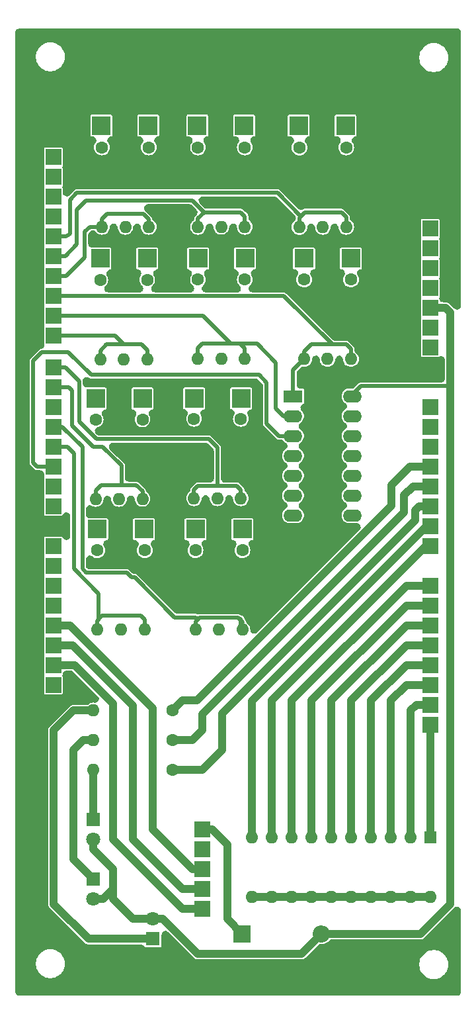
<source format=gbr>
G04 #@! TF.GenerationSoftware,KiCad,Pcbnew,8.0.0*
G04 #@! TF.CreationDate,2024-10-02T08:02:54-07:00*
G04 #@! TF.ProjectId,sumitomo_node_v3,73756d69-746f-46d6-9f5f-6e6f64655f76,rev?*
G04 #@! TF.SameCoordinates,Original*
G04 #@! TF.FileFunction,Copper,L1,Top*
G04 #@! TF.FilePolarity,Positive*
%FSLAX46Y46*%
G04 Gerber Fmt 4.6, Leading zero omitted, Abs format (unit mm)*
G04 Created by KiCad (PCBNEW 8.0.0) date 2024-10-02 08:02:54*
%MOMM*%
%LPD*%
G01*
G04 APERTURE LIST*
G04 #@! TA.AperFunction,ComponentPad*
%ADD10C,1.600000*%
G04 #@! TD*
G04 #@! TA.AperFunction,ComponentPad*
%ADD11O,1.600000X1.600000*%
G04 #@! TD*
G04 #@! TA.AperFunction,ComponentPad*
%ADD12R,2.400000X2.400000*%
G04 #@! TD*
G04 #@! TA.AperFunction,ComponentPad*
%ADD13R,2.400000X1.600000*%
G04 #@! TD*
G04 #@! TA.AperFunction,ComponentPad*
%ADD14O,2.400000X1.600000*%
G04 #@! TD*
G04 #@! TA.AperFunction,ComponentPad*
%ADD15R,2.200000X2.200000*%
G04 #@! TD*
G04 #@! TA.AperFunction,ComponentPad*
%ADD16O,2.200000X2.200000*%
G04 #@! TD*
G04 #@! TA.AperFunction,ComponentPad*
%ADD17R,1.800000X1.800000*%
G04 #@! TD*
G04 #@! TA.AperFunction,ComponentPad*
%ADD18C,1.800000*%
G04 #@! TD*
G04 #@! TA.AperFunction,ComponentPad*
%ADD19R,2.000000X2.000000*%
G04 #@! TD*
G04 #@! TA.AperFunction,ComponentPad*
%ADD20R,1.600000X1.600000*%
G04 #@! TD*
G04 #@! TA.AperFunction,Conductor*
%ADD21C,0.500000*%
G04 #@! TD*
G04 #@! TA.AperFunction,Conductor*
%ADD22C,1.000000*%
G04 #@! TD*
G04 APERTURE END LIST*
D10*
X104100000Y-75700000D03*
D11*
X104100000Y-85860000D03*
D10*
X98100000Y-75700000D03*
D11*
X98100000Y-85860000D03*
D10*
X101100000Y-75700000D03*
D11*
X101100000Y-85860000D03*
D10*
X103500000Y-58800000D03*
D11*
X103500000Y-68960000D03*
D10*
X97500000Y-58820000D03*
D11*
X97500000Y-68980000D03*
D10*
X100500000Y-58800000D03*
D11*
X100500000Y-68960000D03*
D10*
X90200000Y-110320000D03*
D11*
X90200000Y-120480000D03*
D10*
X84200000Y-110320000D03*
D11*
X84200000Y-120480000D03*
D10*
X87200000Y-110320000D03*
D11*
X87200000Y-120480000D03*
D10*
X90000000Y-93520000D03*
D11*
X90000000Y-103680000D03*
D10*
X84000000Y-93520000D03*
D11*
X84000000Y-103680000D03*
D10*
X87000000Y-93520000D03*
D11*
X87000000Y-103680000D03*
D10*
X90500000Y-75700000D03*
D11*
X90500000Y-85860000D03*
D10*
X84500000Y-75700000D03*
D11*
X84500000Y-85860000D03*
D10*
X87500000Y-75700000D03*
D11*
X87500000Y-85860000D03*
D10*
X90500000Y-58800000D03*
D11*
X90500000Y-68960000D03*
D10*
X84500000Y-58800000D03*
D11*
X84500000Y-68960000D03*
D10*
X87500000Y-58780000D03*
D11*
X87500000Y-68940000D03*
D10*
X78200000Y-58800000D03*
D11*
X78200000Y-68960000D03*
D10*
X72200000Y-58800000D03*
D11*
X72200000Y-68960000D03*
D10*
X75200000Y-58800000D03*
D11*
X75200000Y-68960000D03*
D10*
X78000000Y-75720000D03*
D11*
X78000000Y-85880000D03*
D10*
X72000000Y-75720000D03*
D11*
X72000000Y-85880000D03*
D10*
X75000000Y-75720000D03*
D11*
X75000000Y-85880000D03*
D10*
X77400000Y-93580000D03*
D11*
X77400000Y-103740000D03*
D10*
X71400000Y-93600000D03*
D11*
X71400000Y-103760000D03*
D10*
X74400000Y-93600000D03*
D11*
X74400000Y-103760000D03*
D12*
X98100000Y-73000000D03*
X101100000Y-73000000D03*
X104100000Y-73000000D03*
X97400000Y-56000000D03*
X100400000Y-56000000D03*
X103400000Y-56000000D03*
X84200000Y-107620000D03*
X87200000Y-107620000D03*
X90200000Y-107620000D03*
X84025000Y-90900000D03*
X87025000Y-90900000D03*
X90025000Y-90900000D03*
X84525000Y-73000000D03*
X87525000Y-73000000D03*
X90525000Y-73000000D03*
X84425000Y-56000000D03*
X87425000Y-56000000D03*
X90425000Y-56000000D03*
X72125000Y-56000000D03*
X75125000Y-56000000D03*
X78125000Y-56000000D03*
X72000000Y-73000000D03*
X75000000Y-73000000D03*
X78000000Y-73000000D03*
X71400000Y-90900000D03*
X74400000Y-90900000D03*
X77400000Y-90900000D03*
D10*
X77700000Y-110320000D03*
D11*
X77700000Y-120480000D03*
D10*
X71600000Y-110320000D03*
D11*
X71600000Y-120480000D03*
D10*
X74637500Y-110320000D03*
D11*
X74637500Y-120480000D03*
D12*
X71600000Y-107620000D03*
X74600000Y-107620000D03*
X77600000Y-107620000D03*
D13*
X96680000Y-90620000D03*
D14*
X96680000Y-93160000D03*
X96680000Y-95700000D03*
X96680000Y-98240000D03*
X96680000Y-100780000D03*
X96680000Y-103320000D03*
X96680000Y-105860000D03*
X104300000Y-105860000D03*
X104300000Y-103320000D03*
X104300000Y-100780000D03*
X104300000Y-98240000D03*
X104300000Y-95700000D03*
X104300000Y-93160000D03*
X104300000Y-90620000D03*
D15*
X90170000Y-159385000D03*
D16*
X100330000Y-159385000D03*
D17*
X71120000Y-144780000D03*
D18*
X71120000Y-147320000D03*
D17*
X78740000Y-160030000D03*
D18*
X78740000Y-157490000D03*
D17*
X71120000Y-152400000D03*
D18*
X71120000Y-154940000D03*
D19*
X85090000Y-146050000D03*
X85090000Y-148590000D03*
X85090000Y-151130000D03*
X85090000Y-153670000D03*
X85090000Y-156210000D03*
D20*
X114300000Y-147000000D03*
D11*
X111760000Y-147000000D03*
X109220000Y-147000000D03*
X106680000Y-147000000D03*
X104140000Y-147000000D03*
X101600000Y-147000000D03*
X99060000Y-147000000D03*
X96520000Y-147000000D03*
X93980000Y-147000000D03*
X91440000Y-147000000D03*
X91440000Y-154620000D03*
X93980000Y-154620000D03*
X96520000Y-154620000D03*
X99060000Y-154620000D03*
X101600000Y-154620000D03*
X104140000Y-154620000D03*
X106680000Y-154620000D03*
X109220000Y-154620000D03*
X111760000Y-154620000D03*
X114300000Y-154620000D03*
D10*
X81280000Y-138430000D03*
D11*
X71120000Y-138430000D03*
D10*
X81280000Y-130810000D03*
D11*
X71120000Y-130810000D03*
D10*
X81280000Y-134620000D03*
D11*
X71120000Y-134620000D03*
D19*
X114260000Y-69144000D03*
X114260000Y-71684000D03*
X114260000Y-74224000D03*
X114260000Y-76764000D03*
X114260000Y-79304000D03*
X114260000Y-81844000D03*
X114260000Y-84384000D03*
X114260000Y-86924000D03*
X114260000Y-92004000D03*
X114260000Y-94544000D03*
X114260000Y-97084000D03*
X114260000Y-99624000D03*
X114260000Y-102164000D03*
X114260000Y-104704000D03*
X114260000Y-107244000D03*
X114260000Y-109784000D03*
X114260000Y-114864000D03*
X114260000Y-117404000D03*
X114260000Y-119944000D03*
X114260000Y-122484000D03*
X114260000Y-125024000D03*
X114260000Y-127564000D03*
X114260000Y-130104000D03*
X114260000Y-132644000D03*
X66000000Y-60000000D03*
X66000000Y-62540000D03*
X66000000Y-65080000D03*
X66000000Y-67620000D03*
X66000000Y-70160000D03*
X66000000Y-72700000D03*
X66000000Y-75240000D03*
X66000000Y-77780000D03*
X66000000Y-80320000D03*
X66000000Y-82860000D03*
X66000000Y-86924000D03*
X66000000Y-89464000D03*
X66000000Y-92004000D03*
X66000000Y-94544000D03*
X66000000Y-97084000D03*
X66000000Y-99624000D03*
X66000000Y-102164000D03*
X66000000Y-104704000D03*
X66000000Y-109784000D03*
X66000000Y-112324000D03*
X66000000Y-114864000D03*
X66000000Y-117404000D03*
X66000000Y-119944000D03*
X66000000Y-122484000D03*
X66000000Y-125024000D03*
X66000000Y-127564000D03*
D21*
X100200000Y-70800000D02*
X108800000Y-70800000D01*
X109000000Y-70600000D02*
X109000000Y-87500000D01*
X108800000Y-70800000D02*
X109000000Y-70600000D01*
X109000000Y-55900000D02*
X109000000Y-70600000D01*
X109000000Y-87500000D02*
X108600000Y-87900000D01*
X102400000Y-87900000D02*
X108600000Y-87900000D01*
X106700000Y-53600000D02*
X109000000Y-55900000D01*
X99000000Y-53600000D02*
X106700000Y-53600000D01*
X99000000Y-53600000D02*
X99200000Y-53600000D01*
X108600000Y-87900000D02*
X110500000Y-87900000D01*
X86600000Y-53600000D02*
X99000000Y-53600000D01*
X92100000Y-83900000D02*
X89900000Y-83900000D01*
X94500000Y-92200000D02*
X94500000Y-86300000D01*
X95460000Y-93160000D02*
X94500000Y-92200000D01*
X96680000Y-93160000D02*
X95460000Y-93160000D01*
X94500000Y-86300000D02*
X92100000Y-83900000D01*
X96680000Y-87280000D02*
X98100000Y-85860000D01*
X96680000Y-90620000D02*
X96680000Y-87280000D01*
X68600000Y-97900000D02*
X67784000Y-97084000D01*
X68600000Y-112700000D02*
X68600000Y-97900000D01*
X67784000Y-97084000D02*
X66000000Y-97084000D01*
X71760000Y-115860000D02*
X68600000Y-112700000D01*
X71760000Y-119160000D02*
X71760000Y-115860000D01*
X84200000Y-118900000D02*
X84460000Y-119160000D01*
X81500000Y-118900000D02*
X84200000Y-118900000D01*
X76400000Y-113800000D02*
X81500000Y-118900000D01*
X76000000Y-113800000D02*
X76400000Y-113800000D01*
X70200000Y-113200000D02*
X75400000Y-113200000D01*
X69700000Y-112700000D02*
X70200000Y-113200000D01*
X69700000Y-97100000D02*
X69700000Y-112700000D01*
X67144000Y-94544000D02*
X69700000Y-97100000D01*
X75400000Y-113200000D02*
X76000000Y-113800000D01*
X66000000Y-94544000D02*
X67144000Y-94544000D01*
X74700000Y-99500000D02*
X74700000Y-102000000D01*
X72300000Y-97100000D02*
X74700000Y-99500000D01*
X68400000Y-94400000D02*
X71100000Y-97100000D01*
X71100000Y-97100000D02*
X72300000Y-97100000D01*
X67964000Y-89464000D02*
X68400000Y-89900000D01*
X68400000Y-89900000D02*
X68400000Y-94400000D01*
X66000000Y-89464000D02*
X67964000Y-89464000D01*
X69300000Y-93900000D02*
X71500000Y-96100000D01*
X69300000Y-88700000D02*
X69300000Y-93900000D01*
X85900000Y-96100000D02*
X87000000Y-97200000D01*
X67524000Y-86924000D02*
X69300000Y-88700000D01*
X66000000Y-86924000D02*
X67524000Y-86924000D01*
X71500000Y-96100000D02*
X85900000Y-96100000D01*
X87000000Y-97200000D02*
X87000000Y-102100000D01*
X72100000Y-102000000D02*
X74700000Y-102000000D01*
X74700000Y-102000000D02*
X76600000Y-102000000D01*
X87000000Y-102100000D02*
X89500000Y-102100000D01*
X84500000Y-102100000D02*
X87000000Y-102100000D01*
X63400000Y-99100000D02*
X63924000Y-99624000D01*
X63924000Y-99624000D02*
X66000000Y-99624000D01*
X63400000Y-86100000D02*
X63400000Y-99100000D01*
X64500000Y-85000000D02*
X63400000Y-86100000D01*
X67900000Y-85000000D02*
X64500000Y-85000000D01*
X70800000Y-87900000D02*
X67900000Y-85000000D01*
X92300000Y-87900000D02*
X70800000Y-87900000D01*
X93300000Y-94100000D02*
X93300000Y-88900000D01*
X93300000Y-88900000D02*
X92300000Y-87900000D01*
X94900000Y-95700000D02*
X93300000Y-94100000D01*
X96680000Y-95700000D02*
X94900000Y-95700000D01*
X66000000Y-82860000D02*
X73860000Y-82860000D01*
X73860000Y-82860000D02*
X75000000Y-84000000D01*
X75000000Y-84000000D02*
X77300000Y-84000000D01*
X72800000Y-84000000D02*
X75000000Y-84000000D01*
X85120000Y-80320000D02*
X88700000Y-83900000D01*
X66000000Y-80320000D02*
X85120000Y-80320000D01*
X85100000Y-83900000D02*
X88700000Y-83900000D01*
X88700000Y-83900000D02*
X89900000Y-83900000D01*
X95480000Y-77780000D02*
X101700000Y-84000000D01*
X66000000Y-77780000D02*
X95480000Y-77780000D01*
X101700000Y-84000000D02*
X103500000Y-84000000D01*
X99000000Y-84000000D02*
X101700000Y-84000000D01*
X70640000Y-68960000D02*
X72200000Y-68960000D01*
X70000000Y-69600000D02*
X70640000Y-68960000D01*
X70000000Y-72900000D02*
X70000000Y-69600000D01*
X67660000Y-75240000D02*
X70000000Y-72900000D01*
X66000000Y-75240000D02*
X67660000Y-75240000D01*
X70200000Y-65600000D02*
X83800000Y-65600000D01*
X69000000Y-66800000D02*
X70200000Y-65600000D01*
X69000000Y-71200000D02*
X69000000Y-66800000D01*
X67500000Y-72700000D02*
X69000000Y-71200000D01*
X83800000Y-65600000D02*
X85300000Y-67100000D01*
X66000000Y-72700000D02*
X67500000Y-72700000D01*
X67700000Y-70100000D02*
X67640000Y-70160000D01*
X67640000Y-70160000D02*
X66000000Y-70160000D01*
X68100000Y-69800000D02*
X67800000Y-70100000D01*
X67800000Y-70100000D02*
X67700000Y-70100000D01*
X68100000Y-65500000D02*
X68100000Y-69800000D01*
X69000000Y-64600000D02*
X68100000Y-65500000D01*
X94700000Y-64600000D02*
X69000000Y-64600000D01*
X97700000Y-67600000D02*
X94700000Y-64600000D01*
X97700000Y-67600000D02*
X98200000Y-67100000D01*
X97500000Y-67800000D02*
X97700000Y-67600000D01*
X111476000Y-86924000D02*
X114260000Y-86924000D01*
X110500000Y-87900000D02*
X111476000Y-86924000D01*
X100700000Y-89600000D02*
X102400000Y-87900000D01*
X100700000Y-106500000D02*
X100700000Y-89600000D01*
X98500000Y-108700000D02*
X100700000Y-106500000D01*
X95000000Y-108700000D02*
X98500000Y-108700000D01*
X91700000Y-105400000D02*
X95000000Y-108700000D01*
X91000000Y-105700000D02*
X86800000Y-105700000D01*
X91300000Y-105400000D02*
X91000000Y-105700000D01*
X92300000Y-104800000D02*
X91700000Y-105400000D01*
X92300000Y-89400000D02*
X92300000Y-104800000D01*
X85800000Y-88800000D02*
X91700000Y-88800000D01*
X91700000Y-88800000D02*
X92300000Y-89400000D01*
X91700000Y-105400000D02*
X91300000Y-105400000D01*
D22*
X116840000Y-89400000D02*
X116840000Y-155575000D01*
D21*
X105400000Y-89300000D02*
X116740000Y-89300000D01*
D22*
X116840000Y-79884000D02*
X116840000Y-89400000D01*
D21*
X116740000Y-89300000D02*
X116840000Y-89400000D01*
X104300000Y-90400000D02*
X105400000Y-89300000D01*
X104300000Y-90620000D02*
X104300000Y-90400000D01*
X84460000Y-119160000D02*
X84700000Y-118920000D01*
X84200000Y-119420000D02*
X84460000Y-119160000D01*
X71760000Y-119160000D02*
X72200000Y-118720000D01*
X71600000Y-119320000D02*
X71760000Y-119160000D01*
X87200000Y-106100000D02*
X87200000Y-107620000D01*
X75400000Y-105700000D02*
X86800000Y-105700000D01*
X74600000Y-106500000D02*
X75400000Y-105700000D01*
X74600000Y-107620000D02*
X74600000Y-106500000D01*
X86800000Y-105700000D02*
X87200000Y-106100000D01*
X85800000Y-88800000D02*
X87025000Y-90025000D01*
X74400000Y-89400000D02*
X75000000Y-88800000D01*
X87025000Y-90025000D02*
X87025000Y-90900000D01*
X74400000Y-90900000D02*
X74400000Y-89400000D01*
X75000000Y-88800000D02*
X85800000Y-88800000D01*
X101100000Y-71700000D02*
X101100000Y-73000000D01*
X100200000Y-70800000D02*
X101100000Y-71700000D01*
X87100000Y-70800000D02*
X100200000Y-70800000D01*
X87525000Y-71225000D02*
X87525000Y-73000000D01*
X76000000Y-70800000D02*
X87100000Y-70800000D01*
X75000000Y-73000000D02*
X75000000Y-71800000D01*
X75000000Y-71800000D02*
X76000000Y-70800000D01*
X87100000Y-70800000D02*
X87525000Y-71225000D01*
X99200000Y-53600000D02*
X100400000Y-54800000D01*
X100400000Y-54800000D02*
X100400000Y-56000000D01*
X75900000Y-53600000D02*
X86600000Y-53600000D01*
X75125000Y-54375000D02*
X75900000Y-53600000D01*
X75125000Y-56000000D02*
X75125000Y-54375000D01*
X86600000Y-53600000D02*
X87425000Y-54425000D01*
X87425000Y-54425000D02*
X87425000Y-56000000D01*
X89600000Y-118920000D02*
X90200000Y-119520000D01*
X84700000Y-118920000D02*
X89600000Y-118920000D01*
X84200000Y-120480000D02*
X84200000Y-119420000D01*
X90000000Y-119100000D02*
X90000000Y-120060000D01*
X87200000Y-107620000D02*
X87200000Y-110320000D01*
X77700000Y-119220000D02*
X77700000Y-120480000D01*
X77200000Y-118720000D02*
X77700000Y-119220000D01*
X72200000Y-118720000D02*
X77200000Y-118720000D01*
X71600000Y-120480000D02*
X71600000Y-119320000D01*
X74600000Y-110282500D02*
X74637500Y-110320000D01*
X74600000Y-107620000D02*
X74600000Y-110282500D01*
X89500000Y-102100000D02*
X90000000Y-102600000D01*
X84000000Y-102600000D02*
X84500000Y-102100000D01*
X90000000Y-102600000D02*
X90000000Y-103680000D01*
X84000000Y-103680000D02*
X84000000Y-102600000D01*
X87025000Y-93495000D02*
X87000000Y-93520000D01*
X87025000Y-90900000D02*
X87025000Y-93495000D01*
X74400000Y-90900000D02*
X74400000Y-93600000D01*
X76600000Y-102000000D02*
X77400000Y-102800000D01*
X77400000Y-102800000D02*
X77400000Y-103740000D01*
X71400000Y-102700000D02*
X72100000Y-102000000D01*
X71400000Y-103760000D02*
X71400000Y-102700000D01*
X98100000Y-84900000D02*
X99000000Y-84000000D01*
X104100000Y-84600000D02*
X104100000Y-85860000D01*
X98100000Y-85860000D02*
X98100000Y-84900000D01*
X103500000Y-84000000D02*
X104100000Y-84600000D01*
X98040000Y-85860000D02*
X98000000Y-85900000D01*
X98100000Y-85860000D02*
X98040000Y-85860000D01*
X101100000Y-73000000D02*
X101100000Y-75700000D01*
X90500000Y-84500000D02*
X90500000Y-85860000D01*
X84500000Y-84500000D02*
X85100000Y-83900000D01*
X89900000Y-83900000D02*
X90500000Y-84500000D01*
X84500000Y-85860000D02*
X84500000Y-84500000D01*
X87525000Y-75675000D02*
X87500000Y-75700000D01*
X87525000Y-73000000D02*
X87525000Y-75675000D01*
X78000000Y-84700000D02*
X78000000Y-85880000D01*
X72000000Y-84800000D02*
X72800000Y-84000000D01*
X77300000Y-84000000D02*
X78000000Y-84700000D01*
X72000000Y-85880000D02*
X72000000Y-84800000D01*
X75000000Y-73000000D02*
X75000000Y-75720000D01*
X103500000Y-67700000D02*
X103500000Y-68960000D01*
X102900000Y-67100000D02*
X103500000Y-67700000D01*
X98200000Y-67100000D02*
X102900000Y-67100000D01*
X97500000Y-68980000D02*
X97500000Y-67800000D01*
X100400000Y-58700000D02*
X100500000Y-58800000D01*
X100400000Y-56000000D02*
X100400000Y-58700000D01*
X90500000Y-67600000D02*
X90500000Y-68960000D01*
X85300000Y-67100000D02*
X90000000Y-67100000D01*
X90000000Y-67100000D02*
X90500000Y-67600000D01*
X84500000Y-67900000D02*
X85300000Y-67100000D01*
X84500000Y-68960000D02*
X84500000Y-67900000D01*
X87425000Y-58705000D02*
X87500000Y-58780000D01*
X87425000Y-56000000D02*
X87425000Y-58705000D01*
X75125000Y-58725000D02*
X75200000Y-58800000D01*
X75125000Y-56000000D02*
X75125000Y-58725000D01*
X78200000Y-68000000D02*
X78200000Y-68960000D01*
X77500000Y-67300000D02*
X78200000Y-68000000D01*
X72200000Y-68960000D02*
X72200000Y-68000000D01*
X72200000Y-68000000D02*
X72900000Y-67300000D01*
X72900000Y-67300000D02*
X77500000Y-67300000D01*
D22*
X78740000Y-130540000D02*
X68144000Y-119944000D01*
X78740000Y-146050000D02*
X78740000Y-130540000D01*
X83820000Y-151130000D02*
X78740000Y-146050000D01*
X68144000Y-119944000D02*
X66000000Y-119944000D01*
X85090000Y-151130000D02*
X83820000Y-151130000D01*
X82550000Y-153670000D02*
X85090000Y-153670000D01*
X76200000Y-147320000D02*
X82550000Y-153670000D01*
X76200000Y-130200000D02*
X76200000Y-147320000D01*
X68484000Y-122484000D02*
X76200000Y-130200000D01*
X66000000Y-122484000D02*
X68484000Y-122484000D01*
X82550000Y-156210000D02*
X85090000Y-156210000D01*
X73660000Y-147320000D02*
X82550000Y-156210000D01*
X73660000Y-129960000D02*
X73660000Y-147320000D01*
X66000000Y-125024000D02*
X68724000Y-125024000D01*
X68724000Y-125024000D02*
X73660000Y-129960000D01*
X112796000Y-104704000D02*
X114260000Y-104704000D01*
X112300000Y-105200000D02*
X112796000Y-104704000D01*
X87630000Y-135890000D02*
X87630000Y-131170000D01*
X85090000Y-138430000D02*
X87630000Y-135890000D01*
X81280000Y-138430000D02*
X85090000Y-138430000D01*
X87630000Y-131170000D02*
X112300000Y-106500000D01*
X112300000Y-106500000D02*
X112300000Y-105200000D01*
X110900000Y-103300000D02*
X112036000Y-102164000D01*
X83820000Y-134620000D02*
X85090000Y-133350000D01*
X110900000Y-105500000D02*
X110900000Y-103300000D01*
X81280000Y-134620000D02*
X83820000Y-134620000D01*
X85090000Y-133350000D02*
X85090000Y-131310000D01*
X85090000Y-131310000D02*
X110900000Y-105500000D01*
X112036000Y-102164000D02*
X114260000Y-102164000D01*
X111676000Y-99624000D02*
X114260000Y-99624000D01*
X109300000Y-102000000D02*
X111676000Y-99624000D01*
X84360000Y-129540000D02*
X109300000Y-104600000D01*
X109300000Y-104600000D02*
X109300000Y-102000000D01*
X82550000Y-129540000D02*
X84360000Y-129540000D01*
X81280000Y-130810000D02*
X82550000Y-129540000D01*
X91440000Y-129560000D02*
X91440000Y-147000000D01*
X113756000Y-107244000D02*
X91440000Y-129560000D01*
X114260000Y-107244000D02*
X113756000Y-107244000D01*
X113716000Y-109784000D02*
X93980000Y-129520000D01*
X93980000Y-129520000D02*
X93980000Y-147000000D01*
X114260000Y-109784000D02*
X113716000Y-109784000D01*
X72390000Y-154940000D02*
X71120000Y-154940000D01*
X78740000Y-157490000D02*
X76210000Y-157490000D01*
X116260000Y-79304000D02*
X116840000Y-79884000D01*
X78740000Y-157490000D02*
X80020000Y-157490000D01*
X71120000Y-148590000D02*
X73660000Y-151130000D01*
X73660000Y-151130000D02*
X73660000Y-153670000D01*
X80020000Y-157490000D02*
X84455000Y-161925000D01*
X113030000Y-159385000D02*
X100330000Y-159385000D01*
X73660000Y-154940000D02*
X73660000Y-153670000D01*
X84455000Y-161925000D02*
X97790000Y-161925000D01*
X73660000Y-153670000D02*
X72390000Y-154940000D01*
X116840000Y-155575000D02*
X113030000Y-159385000D01*
X97790000Y-161925000D02*
X100330000Y-159385000D01*
X114260000Y-79304000D02*
X116260000Y-79304000D01*
X76210000Y-157490000D02*
X73660000Y-154940000D01*
X71120000Y-147320000D02*
X71120000Y-148590000D01*
X101600000Y-154620000D02*
X104140000Y-154620000D01*
X106680000Y-154620000D02*
X109220000Y-154620000D01*
X96520000Y-154620000D02*
X99060000Y-154620000D01*
X93980000Y-154620000D02*
X96520000Y-154620000D01*
X111760000Y-154620000D02*
X114300000Y-154620000D01*
X99060000Y-154620000D02*
X101600000Y-154620000D01*
X109220000Y-154620000D02*
X111760000Y-154620000D01*
X104140000Y-154620000D02*
X106680000Y-154620000D01*
X91440000Y-154620000D02*
X93980000Y-154620000D01*
X111196000Y-117404000D02*
X99060000Y-129540000D01*
X114260000Y-117404000D02*
X111196000Y-117404000D01*
X99060000Y-129540000D02*
X99060000Y-147000000D01*
X114260000Y-114864000D02*
X111196000Y-114864000D01*
X111196000Y-114864000D02*
X96520000Y-129540000D01*
X96520000Y-129540000D02*
X96520000Y-147000000D01*
X114260000Y-127564000D02*
X111196000Y-127564000D01*
X109220000Y-129540000D02*
X109220000Y-147000000D01*
X111196000Y-127564000D02*
X109220000Y-129540000D01*
X111196000Y-125024000D02*
X106680000Y-129540000D01*
X114260000Y-125024000D02*
X111196000Y-125024000D01*
X106680000Y-129540000D02*
X106680000Y-147000000D01*
X111760000Y-130810000D02*
X112466000Y-130104000D01*
X112466000Y-130104000D02*
X114260000Y-130104000D01*
X111760000Y-147000000D02*
X111760000Y-130810000D01*
X104140000Y-129540000D02*
X104140000Y-147000000D01*
X111196000Y-122484000D02*
X104140000Y-129540000D01*
X114260000Y-122484000D02*
X111196000Y-122484000D01*
X114300000Y-132684000D02*
X114260000Y-132644000D01*
X114300000Y-147000000D02*
X114300000Y-132684000D01*
X114260000Y-119944000D02*
X111196000Y-119944000D01*
X101600000Y-129540000D02*
X101600000Y-147000000D01*
X111196000Y-119944000D02*
X101600000Y-129540000D01*
X71120000Y-138430000D02*
X71120000Y-144780000D01*
X69850000Y-134620000D02*
X68580000Y-135890000D01*
X68580000Y-135890000D02*
X68580000Y-149860000D01*
X68580000Y-149860000D02*
X71120000Y-152400000D01*
X71120000Y-134620000D02*
X69850000Y-134620000D01*
X68580000Y-130810000D02*
X71120000Y-130810000D01*
X66040000Y-133350000D02*
X68580000Y-130810000D01*
X78740000Y-160030000D02*
X70495000Y-160030000D01*
X70495000Y-160030000D02*
X66040000Y-155575000D01*
X66040000Y-155575000D02*
X66040000Y-133350000D01*
X86360000Y-146050000D02*
X88265000Y-147955000D01*
X85090000Y-146050000D02*
X86360000Y-146050000D01*
X88265000Y-147955000D02*
X88265000Y-157480000D01*
X88265000Y-157480000D02*
X90170000Y-159385000D01*
G04 #@! TA.AperFunction,Conductor*
G36*
X117841085Y-43600713D02*
G01*
X117970280Y-43659714D01*
X118077619Y-43752724D01*
X118154406Y-43872208D01*
X118194421Y-44008485D01*
X118199500Y-44079500D01*
X118199500Y-79048150D01*
X118179287Y-79188735D01*
X118120286Y-79317930D01*
X118027276Y-79425269D01*
X117907792Y-79502056D01*
X117771515Y-79542071D01*
X117629485Y-79542071D01*
X117493208Y-79502056D01*
X117373724Y-79425269D01*
X117347654Y-79400996D01*
X116706546Y-78759888D01*
X116706541Y-78759884D01*
X116591813Y-78683226D01*
X116591804Y-78683221D01*
X116464336Y-78630423D01*
X116464332Y-78630421D01*
X116464328Y-78630420D01*
X116328994Y-78603500D01*
X116328993Y-78603500D01*
X116328991Y-78603500D01*
X115933521Y-78603500D01*
X115792936Y-78583287D01*
X115663741Y-78524286D01*
X115556402Y-78431276D01*
X115479615Y-78311792D01*
X115462334Y-78258282D01*
X115448867Y-78225771D01*
X115448867Y-78225769D01*
X115448865Y-78225766D01*
X115448535Y-78224969D01*
X115413407Y-78087351D01*
X115418474Y-77945411D01*
X115448535Y-77843031D01*
X115448863Y-77842236D01*
X115448867Y-77842231D01*
X115460500Y-77783748D01*
X115460500Y-75744252D01*
X115448867Y-75685769D01*
X115448864Y-75685764D01*
X115448535Y-75684969D01*
X115413407Y-75547351D01*
X115418474Y-75405411D01*
X115448535Y-75303031D01*
X115448863Y-75302236D01*
X115448867Y-75302231D01*
X115460500Y-75243748D01*
X115460500Y-73204252D01*
X115455002Y-73176614D01*
X115448868Y-73145774D01*
X115448867Y-73145773D01*
X115448867Y-73145769D01*
X115448864Y-73145764D01*
X115448535Y-73144969D01*
X115413407Y-73007351D01*
X115418474Y-72865411D01*
X115448535Y-72763031D01*
X115448863Y-72762236D01*
X115448867Y-72762231D01*
X115460500Y-72703748D01*
X115460500Y-70664252D01*
X115448867Y-70605769D01*
X115448864Y-70605764D01*
X115448535Y-70604969D01*
X115413407Y-70467351D01*
X115418474Y-70325411D01*
X115448535Y-70223031D01*
X115448863Y-70222236D01*
X115448867Y-70222231D01*
X115460500Y-70163748D01*
X115460500Y-68124252D01*
X115459783Y-68120647D01*
X115448868Y-68065771D01*
X115448866Y-68065767D01*
X115404552Y-67999448D01*
X115404551Y-67999447D01*
X115338232Y-67955133D01*
X115338228Y-67955131D01*
X115279754Y-67943500D01*
X115279748Y-67943500D01*
X113240252Y-67943500D01*
X113240245Y-67943500D01*
X113181771Y-67955131D01*
X113181767Y-67955133D01*
X113115448Y-67999447D01*
X113115447Y-67999448D01*
X113071133Y-68065767D01*
X113071131Y-68065771D01*
X113059500Y-68124245D01*
X113059500Y-70163754D01*
X113071132Y-70222233D01*
X113071467Y-70223040D01*
X113106593Y-70360658D01*
X113101524Y-70502598D01*
X113071467Y-70604960D01*
X113071132Y-70605766D01*
X113059500Y-70664245D01*
X113059500Y-72703754D01*
X113071132Y-72762233D01*
X113071467Y-72763040D01*
X113106593Y-72900658D01*
X113101524Y-73042598D01*
X113071467Y-73144960D01*
X113071132Y-73145766D01*
X113059500Y-73204245D01*
X113059500Y-75243754D01*
X113071132Y-75302233D01*
X113071467Y-75303040D01*
X113106593Y-75440658D01*
X113101524Y-75582598D01*
X113071467Y-75684960D01*
X113071132Y-75685766D01*
X113059500Y-75744245D01*
X113059500Y-77783754D01*
X113071132Y-77842233D01*
X113071467Y-77843040D01*
X113106593Y-77980658D01*
X113101524Y-78122598D01*
X113071467Y-78224960D01*
X113071132Y-78225766D01*
X113059500Y-78284245D01*
X113059500Y-80323754D01*
X113071132Y-80382233D01*
X113071467Y-80383040D01*
X113106593Y-80520658D01*
X113101524Y-80662598D01*
X113071467Y-80764960D01*
X113071132Y-80765766D01*
X113059500Y-80824245D01*
X113059500Y-82863754D01*
X113071132Y-82922233D01*
X113071467Y-82923040D01*
X113106593Y-83060658D01*
X113101524Y-83202598D01*
X113071467Y-83304960D01*
X113071132Y-83305766D01*
X113059500Y-83364245D01*
X113059500Y-85403754D01*
X113071131Y-85462228D01*
X113071133Y-85462232D01*
X113115447Y-85528551D01*
X113115448Y-85528552D01*
X113181767Y-85572866D01*
X113181771Y-85572868D01*
X113240245Y-85584499D01*
X113240248Y-85584499D01*
X113240252Y-85584500D01*
X113240256Y-85584500D01*
X115279744Y-85584500D01*
X115279748Y-85584500D01*
X115279752Y-85584499D01*
X115279754Y-85584499D01*
X115338228Y-85572868D01*
X115338230Y-85572867D01*
X115338231Y-85572867D01*
X115338231Y-85572866D01*
X115338233Y-85572866D01*
X115363265Y-85556140D01*
X115491385Y-85494840D01*
X115631586Y-85472119D01*
X115772509Y-85489817D01*
X115902738Y-85546501D01*
X116011722Y-85637579D01*
X116090631Y-85755672D01*
X116133074Y-85891212D01*
X116139500Y-85971039D01*
X116139500Y-88350500D01*
X116119287Y-88491085D01*
X116060286Y-88620280D01*
X115967276Y-88727619D01*
X115847792Y-88804406D01*
X115711515Y-88844421D01*
X115640500Y-88849500D01*
X105340690Y-88849500D01*
X105251939Y-88873281D01*
X105251938Y-88873281D01*
X105226114Y-88880200D01*
X105226110Y-88880202D01*
X105123387Y-88939509D01*
X104976294Y-89086603D01*
X104589548Y-89473348D01*
X104475851Y-89558462D01*
X104342776Y-89608096D01*
X104236705Y-89619500D01*
X103801459Y-89619500D01*
X103608165Y-89657949D01*
X103608162Y-89657949D01*
X103608159Y-89657951D01*
X103426090Y-89733366D01*
X103426078Y-89733372D01*
X103262222Y-89842857D01*
X103262211Y-89842866D01*
X103122866Y-89982211D01*
X103122857Y-89982222D01*
X103013372Y-90146078D01*
X103013366Y-90146090D01*
X102970533Y-90249500D01*
X102937949Y-90328165D01*
X102907002Y-90483748D01*
X102899500Y-90521461D01*
X102899500Y-90718538D01*
X102899499Y-90718538D01*
X102899500Y-90718541D01*
X102937949Y-90911835D01*
X102937950Y-90911839D01*
X102937951Y-90911840D01*
X103013366Y-91093909D01*
X103013372Y-91093921D01*
X103122857Y-91257777D01*
X103122866Y-91257788D01*
X103262211Y-91397133D01*
X103262218Y-91397139D01*
X103378890Y-91475097D01*
X103484552Y-91570009D01*
X103559194Y-91690844D01*
X103596770Y-91827813D01*
X103594234Y-91969821D01*
X103551794Y-92105362D01*
X103472886Y-92223455D01*
X103378890Y-92304903D01*
X103262218Y-92382860D01*
X103262211Y-92382866D01*
X103122866Y-92522211D01*
X103122857Y-92522222D01*
X103013372Y-92686078D01*
X103013366Y-92686090D01*
X102966857Y-92798375D01*
X102937949Y-92868165D01*
X102905541Y-93031092D01*
X102899500Y-93061461D01*
X102899500Y-93258538D01*
X102899499Y-93258538D01*
X102899500Y-93258541D01*
X102937949Y-93451835D01*
X102937950Y-93451839D01*
X102937951Y-93451840D01*
X102943719Y-93465766D01*
X102999320Y-93600000D01*
X103013366Y-93633909D01*
X103013372Y-93633921D01*
X103122857Y-93797777D01*
X103122866Y-93797788D01*
X103262211Y-93937133D01*
X103262218Y-93937139D01*
X103378890Y-94015097D01*
X103484552Y-94110009D01*
X103559194Y-94230844D01*
X103596770Y-94367813D01*
X103594234Y-94509821D01*
X103551794Y-94645362D01*
X103472886Y-94763455D01*
X103378890Y-94844903D01*
X103262218Y-94922860D01*
X103262211Y-94922866D01*
X103122866Y-95062211D01*
X103122857Y-95062222D01*
X103013372Y-95226078D01*
X103013366Y-95226090D01*
X103003670Y-95249500D01*
X102937949Y-95408165D01*
X102907002Y-95563748D01*
X102899500Y-95601461D01*
X102899500Y-95798538D01*
X102899499Y-95798538D01*
X102899500Y-95798541D01*
X102937949Y-95991835D01*
X102937950Y-95991839D01*
X102937951Y-95991840D01*
X103013366Y-96173909D01*
X103013372Y-96173921D01*
X103122857Y-96337777D01*
X103122866Y-96337788D01*
X103262211Y-96477133D01*
X103262218Y-96477139D01*
X103378890Y-96555097D01*
X103484552Y-96650009D01*
X103559194Y-96770844D01*
X103596770Y-96907813D01*
X103594234Y-97049821D01*
X103551794Y-97185362D01*
X103472886Y-97303455D01*
X103378890Y-97384903D01*
X103262218Y-97462860D01*
X103262211Y-97462866D01*
X103122866Y-97602211D01*
X103122857Y-97602222D01*
X103013372Y-97766078D01*
X103013366Y-97766090D01*
X102982466Y-97840691D01*
X102937949Y-97948165D01*
X102907002Y-98103748D01*
X102899500Y-98141461D01*
X102899500Y-98338538D01*
X102899499Y-98338538D01*
X102899500Y-98338541D01*
X102937949Y-98531835D01*
X102937950Y-98531839D01*
X102937951Y-98531840D01*
X103013366Y-98713909D01*
X103013372Y-98713921D01*
X103122857Y-98877777D01*
X103122866Y-98877788D01*
X103262211Y-99017133D01*
X103262218Y-99017139D01*
X103378890Y-99095097D01*
X103484552Y-99190009D01*
X103559194Y-99310844D01*
X103596770Y-99447813D01*
X103594234Y-99589821D01*
X103551794Y-99725362D01*
X103472886Y-99843455D01*
X103378890Y-99924903D01*
X103262218Y-100002860D01*
X103262211Y-100002866D01*
X103122866Y-100142211D01*
X103122857Y-100142222D01*
X103013372Y-100306078D01*
X103013366Y-100306090D01*
X102988465Y-100366208D01*
X102937949Y-100488165D01*
X102907002Y-100643748D01*
X102899500Y-100681461D01*
X102899500Y-100878538D01*
X102899499Y-100878538D01*
X102899500Y-100878541D01*
X102937949Y-101071835D01*
X102937950Y-101071839D01*
X102937951Y-101071840D01*
X103013366Y-101253909D01*
X103013372Y-101253921D01*
X103122857Y-101417777D01*
X103122866Y-101417788D01*
X103262211Y-101557133D01*
X103262218Y-101557139D01*
X103378890Y-101635097D01*
X103484552Y-101730009D01*
X103559194Y-101850844D01*
X103596770Y-101987813D01*
X103594234Y-102129821D01*
X103551794Y-102265362D01*
X103472886Y-102383455D01*
X103378890Y-102464903D01*
X103262218Y-102542860D01*
X103262211Y-102542866D01*
X103122866Y-102682211D01*
X103122857Y-102682222D01*
X103013372Y-102846078D01*
X103013366Y-102846090D01*
X102962792Y-102968189D01*
X102937949Y-103028165D01*
X102907002Y-103183748D01*
X102899500Y-103221461D01*
X102899500Y-103418538D01*
X102899499Y-103418538D01*
X102903562Y-103438961D01*
X102937949Y-103611835D01*
X102937950Y-103611839D01*
X102937951Y-103611840D01*
X102956081Y-103655610D01*
X102999320Y-103760000D01*
X103013366Y-103793909D01*
X103013372Y-103793921D01*
X103122857Y-103957777D01*
X103122866Y-103957788D01*
X103262211Y-104097133D01*
X103262218Y-104097139D01*
X103378890Y-104175097D01*
X103484552Y-104270009D01*
X103559194Y-104390844D01*
X103596770Y-104527813D01*
X103594234Y-104669821D01*
X103551794Y-104805362D01*
X103472886Y-104923455D01*
X103378890Y-105004903D01*
X103262218Y-105082860D01*
X103262211Y-105082866D01*
X103122866Y-105222211D01*
X103122857Y-105222222D01*
X103013372Y-105386078D01*
X103013366Y-105386090D01*
X102940581Y-105561811D01*
X102937949Y-105568165D01*
X102902110Y-105748342D01*
X102899500Y-105761461D01*
X102899500Y-105958538D01*
X102899499Y-105958538D01*
X102916112Y-106042053D01*
X102937949Y-106151835D01*
X102937950Y-106151839D01*
X102937951Y-106151840D01*
X103013366Y-106333909D01*
X103013372Y-106333921D01*
X103122857Y-106497777D01*
X103122866Y-106497788D01*
X103262211Y-106637133D01*
X103262222Y-106637142D01*
X103426078Y-106746627D01*
X103426080Y-106746628D01*
X103426086Y-106746632D01*
X103608165Y-106822051D01*
X103801459Y-106860500D01*
X103801461Y-106860500D01*
X104823056Y-106860500D01*
X104823056Y-106861738D01*
X104939425Y-106866932D01*
X105073782Y-106912984D01*
X105189722Y-106995023D01*
X105277853Y-107106403D01*
X105331035Y-107238101D01*
X105344959Y-107379447D01*
X105318497Y-107518990D01*
X105253793Y-107645426D01*
X105199301Y-107710041D01*
X92057187Y-120852156D01*
X91943486Y-120937272D01*
X91810411Y-120986906D01*
X91668743Y-120997039D01*
X91529958Y-120966848D01*
X91405301Y-120898780D01*
X91304871Y-120798350D01*
X91236803Y-120673693D01*
X91206612Y-120534908D01*
X91205341Y-120499310D01*
X91205341Y-120479999D01*
X91198360Y-120409118D01*
X91186024Y-120283868D01*
X91128814Y-120095273D01*
X91128814Y-120095272D01*
X91128812Y-120095268D01*
X91035911Y-119921464D01*
X91035910Y-119921462D01*
X90910883Y-119769117D01*
X90822442Y-119696535D01*
X90806975Y-119683841D01*
X90711125Y-119579030D01*
X90648687Y-119451460D01*
X90641541Y-119427258D01*
X90634206Y-119399884D01*
X90619799Y-119346113D01*
X90619798Y-119346111D01*
X90560490Y-119243387D01*
X90540580Y-119217440D01*
X90543841Y-119214937D01*
X90493862Y-119148173D01*
X90449827Y-119038179D01*
X90433107Y-118975780D01*
X90419799Y-118926114D01*
X90419797Y-118926111D01*
X90419796Y-118926107D01*
X90360492Y-118823391D01*
X90360486Y-118823383D01*
X90276616Y-118739513D01*
X90276608Y-118739507D01*
X90173892Y-118680203D01*
X90173883Y-118680200D01*
X90054663Y-118648255D01*
X89924100Y-118592344D01*
X89880037Y-118562138D01*
X89876609Y-118559507D01*
X89773889Y-118500202D01*
X89773888Y-118500201D01*
X89773887Y-118500201D01*
X89767396Y-118498462D01*
X89749670Y-118493712D01*
X89749669Y-118493712D01*
X89699245Y-118480201D01*
X89659309Y-118469500D01*
X84640691Y-118469500D01*
X84640690Y-118469500D01*
X84616465Y-118475991D01*
X84475439Y-118492851D01*
X84358184Y-118475993D01*
X84333964Y-118469504D01*
X84333949Y-118469500D01*
X84259309Y-118449500D01*
X81893295Y-118449500D01*
X81752710Y-118429287D01*
X81623515Y-118370286D01*
X81540449Y-118303346D01*
X76676617Y-113439513D01*
X76676612Y-113439509D01*
X76573889Y-113380202D01*
X76573888Y-113380201D01*
X76573887Y-113380201D01*
X76567396Y-113378462D01*
X76549670Y-113373712D01*
X76549669Y-113373712D01*
X76459309Y-113349500D01*
X76393295Y-113349500D01*
X76252710Y-113329287D01*
X76123515Y-113270286D01*
X76040453Y-113203350D01*
X75676614Y-112839511D01*
X75676613Y-112839510D01*
X75676612Y-112839509D01*
X75573889Y-112780202D01*
X75573888Y-112780201D01*
X75573887Y-112780201D01*
X75567396Y-112778462D01*
X75549670Y-112773712D01*
X75549669Y-112773712D01*
X75459309Y-112749500D01*
X70649500Y-112749500D01*
X70508915Y-112729287D01*
X70379720Y-112670286D01*
X70272381Y-112577276D01*
X70195594Y-112457792D01*
X70155579Y-112321515D01*
X70150500Y-112250500D01*
X70150500Y-111479762D01*
X70170713Y-111339177D01*
X70229714Y-111209982D01*
X70322724Y-111102643D01*
X70442208Y-111025856D01*
X70578485Y-110985841D01*
X70720515Y-110985841D01*
X70856792Y-111025856D01*
X70966058Y-111094027D01*
X71041462Y-111155910D01*
X71041465Y-111155912D01*
X71041467Y-111155913D01*
X71215268Y-111248812D01*
X71215272Y-111248814D01*
X71297392Y-111273724D01*
X71403868Y-111306024D01*
X71578571Y-111323230D01*
X71599999Y-111325341D01*
X71600000Y-111325341D01*
X71600001Y-111325341D01*
X71619318Y-111323438D01*
X71796132Y-111306024D01*
X71984727Y-111248814D01*
X71990430Y-111245766D01*
X72057376Y-111209982D01*
X72158538Y-111155910D01*
X72310883Y-111030883D01*
X72435910Y-110878538D01*
X72528814Y-110704727D01*
X72586024Y-110516132D01*
X72605341Y-110320000D01*
X72586024Y-110123868D01*
X72528814Y-109935273D01*
X72528814Y-109935272D01*
X72528812Y-109935268D01*
X72430904Y-109752096D01*
X72382459Y-109618583D01*
X72373591Y-109476830D01*
X72405019Y-109338321D01*
X72474196Y-109214276D01*
X72575518Y-109114746D01*
X72700778Y-109047793D01*
X72795892Y-109026210D01*
X72795708Y-109025282D01*
X72878228Y-109008868D01*
X72878229Y-109008867D01*
X72878231Y-109008867D01*
X72944552Y-108964552D01*
X72988867Y-108898231D01*
X73000499Y-108839754D01*
X76199500Y-108839754D01*
X76211131Y-108898228D01*
X76211133Y-108898232D01*
X76255447Y-108964551D01*
X76255448Y-108964552D01*
X76321767Y-109008866D01*
X76321771Y-109008868D01*
X76380245Y-109020499D01*
X76380248Y-109020499D01*
X76380252Y-109020500D01*
X76380256Y-109020500D01*
X76427611Y-109020500D01*
X76568196Y-109040713D01*
X76697391Y-109099714D01*
X76804730Y-109192724D01*
X76881517Y-109312208D01*
X76921532Y-109448485D01*
X76921532Y-109590515D01*
X76881517Y-109726792D01*
X76867689Y-109754728D01*
X76771187Y-109935268D01*
X76771185Y-109935272D01*
X76713976Y-110123866D01*
X76694659Y-110319999D01*
X76694659Y-110320000D01*
X76713976Y-110516133D01*
X76771185Y-110704727D01*
X76771187Y-110704731D01*
X76855806Y-110863040D01*
X76864090Y-110878538D01*
X76877469Y-110894840D01*
X76989116Y-111030883D01*
X77066063Y-111094031D01*
X77141462Y-111155910D01*
X77141464Y-111155911D01*
X77315268Y-111248812D01*
X77315272Y-111248814D01*
X77397392Y-111273724D01*
X77503868Y-111306024D01*
X77678571Y-111323230D01*
X77699999Y-111325341D01*
X77700000Y-111325341D01*
X77700001Y-111325341D01*
X77719318Y-111323438D01*
X77896132Y-111306024D01*
X78084727Y-111248814D01*
X78090430Y-111245766D01*
X78157376Y-111209982D01*
X78258538Y-111155910D01*
X78410883Y-111030883D01*
X78535910Y-110878538D01*
X78628814Y-110704727D01*
X78686024Y-110516132D01*
X78705341Y-110320000D01*
X78686024Y-110123868D01*
X78628814Y-109935273D01*
X78628814Y-109935272D01*
X78628812Y-109935268D01*
X78524355Y-109739843D01*
X78527852Y-109737973D01*
X78485816Y-109650133D01*
X78463083Y-109509933D01*
X78480770Y-109369009D01*
X78537444Y-109238776D01*
X78628513Y-109129785D01*
X78746599Y-109050865D01*
X78864654Y-109011567D01*
X78878231Y-109008867D01*
X78944552Y-108964552D01*
X78988867Y-108898231D01*
X79000499Y-108839754D01*
X82799500Y-108839754D01*
X82811131Y-108898228D01*
X82811133Y-108898232D01*
X82855447Y-108964551D01*
X82855448Y-108964552D01*
X82921767Y-109008866D01*
X82921771Y-109008868D01*
X83004292Y-109025282D01*
X83004013Y-109026681D01*
X83115856Y-109054167D01*
X83238646Y-109125548D01*
X83336351Y-109228632D01*
X83401057Y-109355067D01*
X83427520Y-109494610D01*
X83413598Y-109635956D01*
X83369096Y-109752095D01*
X83271186Y-109935271D01*
X83271185Y-109935272D01*
X83213976Y-110123866D01*
X83194659Y-110319999D01*
X83194659Y-110320000D01*
X83213976Y-110516133D01*
X83271185Y-110704727D01*
X83271187Y-110704731D01*
X83355806Y-110863040D01*
X83364090Y-110878538D01*
X83377469Y-110894840D01*
X83489116Y-111030883D01*
X83566063Y-111094031D01*
X83641462Y-111155910D01*
X83641464Y-111155911D01*
X83815268Y-111248812D01*
X83815272Y-111248814D01*
X83897392Y-111273724D01*
X84003868Y-111306024D01*
X84178571Y-111323230D01*
X84199999Y-111325341D01*
X84200000Y-111325341D01*
X84200001Y-111325341D01*
X84219318Y-111323438D01*
X84396132Y-111306024D01*
X84584727Y-111248814D01*
X84590430Y-111245766D01*
X84657376Y-111209982D01*
X84758538Y-111155910D01*
X84910883Y-111030883D01*
X85035910Y-110878538D01*
X85128814Y-110704727D01*
X85186024Y-110516132D01*
X85205341Y-110320000D01*
X85186024Y-110123868D01*
X85128814Y-109935273D01*
X85128814Y-109935272D01*
X85128812Y-109935268D01*
X85030904Y-109752096D01*
X84982459Y-109618583D01*
X84973591Y-109476830D01*
X85005019Y-109338321D01*
X85074196Y-109214276D01*
X85175518Y-109114746D01*
X85300778Y-109047793D01*
X85395892Y-109026210D01*
X85395708Y-109025282D01*
X85478228Y-109008868D01*
X85478229Y-109008867D01*
X85478231Y-109008867D01*
X85544552Y-108964552D01*
X85588867Y-108898231D01*
X85600499Y-108839754D01*
X88799500Y-108839754D01*
X88811131Y-108898228D01*
X88811133Y-108898232D01*
X88855447Y-108964551D01*
X88855448Y-108964552D01*
X88921767Y-109008866D01*
X88921771Y-109008868D01*
X89004292Y-109025282D01*
X89004013Y-109026681D01*
X89115856Y-109054167D01*
X89238646Y-109125548D01*
X89336351Y-109228632D01*
X89401057Y-109355067D01*
X89427520Y-109494610D01*
X89413598Y-109635956D01*
X89369096Y-109752095D01*
X89271186Y-109935271D01*
X89271185Y-109935272D01*
X89213976Y-110123866D01*
X89194659Y-110319999D01*
X89194659Y-110320000D01*
X89213976Y-110516133D01*
X89271185Y-110704727D01*
X89271187Y-110704731D01*
X89355806Y-110863040D01*
X89364090Y-110878538D01*
X89377469Y-110894840D01*
X89489116Y-111030883D01*
X89566063Y-111094031D01*
X89641462Y-111155910D01*
X89641464Y-111155911D01*
X89815268Y-111248812D01*
X89815272Y-111248814D01*
X89897392Y-111273724D01*
X90003868Y-111306024D01*
X90178571Y-111323230D01*
X90199999Y-111325341D01*
X90200000Y-111325341D01*
X90200001Y-111325341D01*
X90219318Y-111323438D01*
X90396132Y-111306024D01*
X90584727Y-111248814D01*
X90590430Y-111245766D01*
X90657376Y-111209982D01*
X90758538Y-111155910D01*
X90910883Y-111030883D01*
X91035910Y-110878538D01*
X91128814Y-110704727D01*
X91186024Y-110516132D01*
X91205341Y-110320000D01*
X91186024Y-110123868D01*
X91128814Y-109935273D01*
X91128814Y-109935272D01*
X91128812Y-109935268D01*
X91030904Y-109752096D01*
X90982459Y-109618583D01*
X90973591Y-109476830D01*
X91005019Y-109338321D01*
X91074196Y-109214276D01*
X91175518Y-109114746D01*
X91300778Y-109047793D01*
X91395892Y-109026210D01*
X91395708Y-109025282D01*
X91478228Y-109008868D01*
X91478229Y-109008867D01*
X91478231Y-109008867D01*
X91544552Y-108964552D01*
X91588867Y-108898231D01*
X91600500Y-108839748D01*
X91600500Y-106400252D01*
X91600499Y-106400245D01*
X91588868Y-106341771D01*
X91588866Y-106341767D01*
X91544552Y-106275448D01*
X91544551Y-106275447D01*
X91478232Y-106231133D01*
X91478228Y-106231131D01*
X91419754Y-106219500D01*
X91419748Y-106219500D01*
X88980252Y-106219500D01*
X88980245Y-106219500D01*
X88921771Y-106231131D01*
X88921767Y-106231133D01*
X88855448Y-106275447D01*
X88855447Y-106275448D01*
X88811133Y-106341767D01*
X88811131Y-106341771D01*
X88799500Y-106400245D01*
X88799500Y-108839754D01*
X85600499Y-108839754D01*
X85600500Y-108839748D01*
X85600500Y-106400252D01*
X85600499Y-106400245D01*
X85588868Y-106341771D01*
X85588866Y-106341767D01*
X85544552Y-106275448D01*
X85544551Y-106275447D01*
X85478232Y-106231133D01*
X85478228Y-106231131D01*
X85419754Y-106219500D01*
X85419748Y-106219500D01*
X82980252Y-106219500D01*
X82980245Y-106219500D01*
X82921771Y-106231131D01*
X82921767Y-106231133D01*
X82855448Y-106275447D01*
X82855447Y-106275448D01*
X82811133Y-106341767D01*
X82811131Y-106341771D01*
X82799500Y-106400245D01*
X82799500Y-108839754D01*
X79000499Y-108839754D01*
X79000500Y-108839748D01*
X79000500Y-106400252D01*
X79000499Y-106400245D01*
X78988868Y-106341771D01*
X78988866Y-106341767D01*
X78944552Y-106275448D01*
X78944551Y-106275447D01*
X78878232Y-106231133D01*
X78878228Y-106231131D01*
X78819754Y-106219500D01*
X78819748Y-106219500D01*
X76380252Y-106219500D01*
X76380245Y-106219500D01*
X76321771Y-106231131D01*
X76321767Y-106231133D01*
X76255448Y-106275447D01*
X76255447Y-106275448D01*
X76211133Y-106341767D01*
X76211131Y-106341771D01*
X76199500Y-106400245D01*
X76199500Y-108839754D01*
X73000499Y-108839754D01*
X73000500Y-108839748D01*
X73000500Y-106400252D01*
X73000499Y-106400245D01*
X72988868Y-106341771D01*
X72988866Y-106341767D01*
X72944552Y-106275448D01*
X72944551Y-106275447D01*
X72878232Y-106231133D01*
X72878228Y-106231131D01*
X72819754Y-106219500D01*
X72819748Y-106219500D01*
X70649500Y-106219500D01*
X70508915Y-106199287D01*
X70379720Y-106140286D01*
X70272381Y-106047276D01*
X70195594Y-105927792D01*
X70155579Y-105791515D01*
X70150500Y-105720500D01*
X70150500Y-105059114D01*
X70170713Y-104918529D01*
X70229714Y-104789334D01*
X70322724Y-104681995D01*
X70442208Y-104605208D01*
X70578485Y-104565193D01*
X70720515Y-104565193D01*
X70856792Y-104605208D01*
X70884729Y-104619037D01*
X71015265Y-104688811D01*
X71015272Y-104688814D01*
X71097392Y-104713724D01*
X71203868Y-104746024D01*
X71378571Y-104763230D01*
X71399999Y-104765341D01*
X71400000Y-104765341D01*
X71400001Y-104765341D01*
X71419318Y-104763438D01*
X71596132Y-104746024D01*
X71784727Y-104688814D01*
X71797485Y-104681995D01*
X71915270Y-104619037D01*
X71958538Y-104595910D01*
X72110883Y-104470883D01*
X72235910Y-104318538D01*
X72328814Y-104144727D01*
X72386024Y-103956132D01*
X72403403Y-103779676D01*
X72437298Y-103641751D01*
X72508679Y-103518961D01*
X72611762Y-103421255D01*
X72738197Y-103356549D01*
X72877740Y-103330085D01*
X73019086Y-103344006D01*
X73150785Y-103397185D01*
X73262166Y-103485314D01*
X73344207Y-103601253D01*
X73390261Y-103735610D01*
X73396597Y-103779677D01*
X73413976Y-103956133D01*
X73471185Y-104144727D01*
X73471187Y-104144731D01*
X73559442Y-104309843D01*
X73564090Y-104318538D01*
X73603600Y-104366681D01*
X73689116Y-104470883D01*
X73737001Y-104510181D01*
X73841462Y-104595910D01*
X73841464Y-104595911D01*
X74015268Y-104688812D01*
X74015272Y-104688814D01*
X74097392Y-104713724D01*
X74203868Y-104746024D01*
X74378571Y-104763230D01*
X74399999Y-104765341D01*
X74400000Y-104765341D01*
X74400001Y-104765341D01*
X74419318Y-104763438D01*
X74596132Y-104746024D01*
X74784727Y-104688814D01*
X74797485Y-104681995D01*
X74915270Y-104619037D01*
X74958538Y-104595910D01*
X75110883Y-104470883D01*
X75235910Y-104318538D01*
X75328814Y-104144727D01*
X75386024Y-103956132D01*
X75404388Y-103769675D01*
X75438281Y-103631753D01*
X75509662Y-103508963D01*
X75612744Y-103411257D01*
X75739179Y-103346550D01*
X75878721Y-103320085D01*
X76020068Y-103334006D01*
X76151767Y-103387184D01*
X76263149Y-103475313D01*
X76345190Y-103591252D01*
X76391245Y-103725608D01*
X76397581Y-103769675D01*
X76413976Y-103936134D01*
X76471185Y-104124727D01*
X76471187Y-104124731D01*
X76564088Y-104298535D01*
X76689116Y-104450883D01*
X76761371Y-104510181D01*
X76841462Y-104575910D01*
X76841464Y-104575911D01*
X77015268Y-104668812D01*
X77015272Y-104668814D01*
X77069755Y-104685341D01*
X77203868Y-104726024D01*
X77378571Y-104743230D01*
X77399999Y-104745341D01*
X77400000Y-104745341D01*
X77400001Y-104745341D01*
X77419318Y-104743438D01*
X77596132Y-104726024D01*
X77784727Y-104668814D01*
X77958538Y-104575910D01*
X78110883Y-104450883D01*
X78235910Y-104298538D01*
X78328814Y-104124727D01*
X78386024Y-103936132D01*
X78405341Y-103740000D01*
X78386024Y-103543868D01*
X78328814Y-103355273D01*
X78328814Y-103355272D01*
X78328812Y-103355268D01*
X78235911Y-103181464D01*
X78235910Y-103181462D01*
X78127297Y-103049117D01*
X78110882Y-103029115D01*
X78000107Y-102938204D01*
X77904257Y-102833393D01*
X77841818Y-102705824D01*
X77834673Y-102681625D01*
X77819799Y-102626114D01*
X77819799Y-102626113D01*
X77760490Y-102523386D01*
X77349064Y-102111960D01*
X76876617Y-101639513D01*
X76876612Y-101639509D01*
X76773889Y-101580202D01*
X76773889Y-101580201D01*
X76754984Y-101575136D01*
X76748062Y-101573281D01*
X76748061Y-101573281D01*
X76659310Y-101549500D01*
X76659309Y-101549500D01*
X75649500Y-101549500D01*
X75508915Y-101529287D01*
X75379720Y-101470286D01*
X75272381Y-101377276D01*
X75195594Y-101257792D01*
X75155579Y-101121515D01*
X75150500Y-101050500D01*
X75150500Y-99440691D01*
X75119799Y-99326114D01*
X75110983Y-99310844D01*
X75060490Y-99223387D01*
X74175641Y-98338538D01*
X73239450Y-97402346D01*
X73154334Y-97288645D01*
X73104700Y-97155570D01*
X73094567Y-97013902D01*
X73124758Y-96875117D01*
X73192826Y-96750460D01*
X73293257Y-96650030D01*
X73417914Y-96581962D01*
X73556698Y-96551771D01*
X73592296Y-96550500D01*
X85506705Y-96550500D01*
X85647290Y-96570713D01*
X85776485Y-96629714D01*
X85859551Y-96696654D01*
X86403346Y-97240449D01*
X86488462Y-97354150D01*
X86538096Y-97487225D01*
X86549500Y-97593295D01*
X86549500Y-101150500D01*
X86529287Y-101291085D01*
X86470286Y-101420280D01*
X86377276Y-101527619D01*
X86257792Y-101604406D01*
X86121515Y-101644421D01*
X86050500Y-101649500D01*
X84440691Y-101649500D01*
X84350326Y-101673713D01*
X84350323Y-101673713D01*
X84326117Y-101680199D01*
X84326112Y-101680201D01*
X84223384Y-101739511D01*
X83639511Y-102323384D01*
X83580200Y-102426114D01*
X83575069Y-102445266D01*
X83549499Y-102540693D01*
X83545231Y-102573116D01*
X83541843Y-102572670D01*
X83529287Y-102660001D01*
X83470286Y-102789196D01*
X83377276Y-102896535D01*
X83367063Y-102905147D01*
X83289117Y-102969115D01*
X83164088Y-103121464D01*
X83071187Y-103295268D01*
X83071185Y-103295272D01*
X83013976Y-103483866D01*
X82994659Y-103679999D01*
X82994659Y-103680000D01*
X83013976Y-103876133D01*
X83071185Y-104064727D01*
X83071187Y-104064731D01*
X83164088Y-104238535D01*
X83289116Y-104390883D01*
X83362227Y-104450883D01*
X83441462Y-104515910D01*
X83441464Y-104515911D01*
X83615268Y-104608812D01*
X83615272Y-104608814D01*
X83697392Y-104633724D01*
X83803868Y-104666024D01*
X83978571Y-104683230D01*
X83999999Y-104685341D01*
X84000000Y-104685341D01*
X84000001Y-104685341D01*
X84019318Y-104683438D01*
X84196132Y-104666024D01*
X84384727Y-104608814D01*
X84391474Y-104605208D01*
X84466336Y-104565193D01*
X84558538Y-104515910D01*
X84710883Y-104390883D01*
X84835910Y-104238538D01*
X84928814Y-104064727D01*
X84986024Y-103876132D01*
X85003403Y-103699676D01*
X85037298Y-103561751D01*
X85108679Y-103438961D01*
X85211762Y-103341255D01*
X85338197Y-103276549D01*
X85477740Y-103250085D01*
X85619086Y-103264006D01*
X85750785Y-103317185D01*
X85862166Y-103405314D01*
X85944207Y-103521253D01*
X85990261Y-103655610D01*
X85996597Y-103699677D01*
X86013976Y-103876133D01*
X86071185Y-104064727D01*
X86071187Y-104064731D01*
X86164088Y-104238535D01*
X86289116Y-104390883D01*
X86362227Y-104450883D01*
X86441462Y-104515910D01*
X86441464Y-104515911D01*
X86615268Y-104608812D01*
X86615272Y-104608814D01*
X86697392Y-104633724D01*
X86803868Y-104666024D01*
X86978571Y-104683230D01*
X86999999Y-104685341D01*
X87000000Y-104685341D01*
X87000001Y-104685341D01*
X87019318Y-104683438D01*
X87196132Y-104666024D01*
X87384727Y-104608814D01*
X87391474Y-104605208D01*
X87466336Y-104565193D01*
X87558538Y-104515910D01*
X87710883Y-104390883D01*
X87835910Y-104238538D01*
X87928814Y-104064727D01*
X87986024Y-103876132D01*
X88003403Y-103699676D01*
X88037298Y-103561751D01*
X88108679Y-103438961D01*
X88211762Y-103341255D01*
X88338197Y-103276549D01*
X88477740Y-103250085D01*
X88619086Y-103264006D01*
X88750785Y-103317185D01*
X88862166Y-103405314D01*
X88944207Y-103521253D01*
X88990261Y-103655610D01*
X88996597Y-103699677D01*
X89013976Y-103876133D01*
X89071185Y-104064727D01*
X89071187Y-104064731D01*
X89164088Y-104238535D01*
X89289116Y-104390883D01*
X89362227Y-104450883D01*
X89441462Y-104515910D01*
X89441464Y-104515911D01*
X89615268Y-104608812D01*
X89615272Y-104608814D01*
X89697392Y-104633724D01*
X89803868Y-104666024D01*
X89978571Y-104683230D01*
X89999999Y-104685341D01*
X90000000Y-104685341D01*
X90000001Y-104685341D01*
X90019318Y-104683438D01*
X90196132Y-104666024D01*
X90384727Y-104608814D01*
X90391474Y-104605208D01*
X90466336Y-104565193D01*
X90558538Y-104515910D01*
X90710883Y-104390883D01*
X90835910Y-104238538D01*
X90928814Y-104064727D01*
X90986024Y-103876132D01*
X91005341Y-103680000D01*
X90986024Y-103483868D01*
X90928814Y-103295273D01*
X90928814Y-103295272D01*
X90928812Y-103295268D01*
X90835911Y-103121464D01*
X90835910Y-103121462D01*
X90759338Y-103028159D01*
X90710882Y-102969115D01*
X90632937Y-102905147D01*
X90537087Y-102800336D01*
X90474648Y-102672767D01*
X90457524Y-102572753D01*
X90454769Y-102573116D01*
X90450500Y-102540693D01*
X90450500Y-102540691D01*
X90419799Y-102426114D01*
X90419799Y-102426113D01*
X90360490Y-102323386D01*
X90149064Y-102111960D01*
X89776617Y-101739513D01*
X89776612Y-101739509D01*
X89673889Y-101680202D01*
X89673888Y-101680201D01*
X89673887Y-101680201D01*
X89649677Y-101673714D01*
X89649670Y-101673712D01*
X89649669Y-101673712D01*
X89559309Y-101649500D01*
X87949500Y-101649500D01*
X87808915Y-101629287D01*
X87679720Y-101570286D01*
X87572381Y-101477276D01*
X87495594Y-101357792D01*
X87455579Y-101221515D01*
X87450500Y-101150500D01*
X87450500Y-97140691D01*
X87423705Y-97040691D01*
X87419799Y-97026114D01*
X87419799Y-97026113D01*
X87362064Y-96926114D01*
X87360488Y-96923384D01*
X86176617Y-95739513D01*
X86176612Y-95739509D01*
X86073889Y-95680202D01*
X86073888Y-95680201D01*
X86073887Y-95680201D01*
X86067396Y-95678462D01*
X86049670Y-95673712D01*
X86049669Y-95673712D01*
X85959309Y-95649500D01*
X71893296Y-95649500D01*
X71752711Y-95629287D01*
X71623516Y-95570286D01*
X71540450Y-95503346D01*
X71438277Y-95401173D01*
X71353161Y-95287472D01*
X71303527Y-95154397D01*
X71293394Y-95012729D01*
X71323585Y-94873944D01*
X71391653Y-94749287D01*
X71492083Y-94648857D01*
X71616740Y-94580789D01*
X71646239Y-94570823D01*
X71784727Y-94528814D01*
X71958538Y-94435910D01*
X72110883Y-94310883D01*
X72235910Y-94158538D01*
X72328814Y-93984727D01*
X72386024Y-93796132D01*
X72405341Y-93600000D01*
X72386024Y-93403868D01*
X72341939Y-93258541D01*
X72328814Y-93215272D01*
X72328812Y-93215268D01*
X72230904Y-93032096D01*
X72182459Y-92898583D01*
X72173591Y-92756830D01*
X72205019Y-92618321D01*
X72274196Y-92494276D01*
X72375518Y-92394746D01*
X72500778Y-92327793D01*
X72595892Y-92306210D01*
X72595708Y-92305282D01*
X72678228Y-92288868D01*
X72678229Y-92288867D01*
X72678231Y-92288867D01*
X72744552Y-92244552D01*
X72788867Y-92178231D01*
X72800499Y-92119754D01*
X75999500Y-92119754D01*
X76011131Y-92178228D01*
X76011133Y-92178232D01*
X76055447Y-92244551D01*
X76055448Y-92244552D01*
X76121767Y-92288866D01*
X76121771Y-92288868D01*
X76204292Y-92305282D01*
X76203729Y-92308108D01*
X76305674Y-92333156D01*
X76428468Y-92404530D01*
X76526179Y-92507608D01*
X76590891Y-92634039D01*
X76617363Y-92773581D01*
X76603449Y-92914928D01*
X76558941Y-93031092D01*
X76471186Y-93195270D01*
X76471185Y-93195272D01*
X76413976Y-93383866D01*
X76394659Y-93579999D01*
X76394659Y-93580000D01*
X76413976Y-93776133D01*
X76471185Y-93964727D01*
X76471187Y-93964731D01*
X76564088Y-94138535D01*
X76564090Y-94138538D01*
X76582114Y-94160500D01*
X76689116Y-94290883D01*
X76761371Y-94350181D01*
X76841462Y-94415910D01*
X76841464Y-94415911D01*
X77015268Y-94508812D01*
X77015272Y-94508814D01*
X77069755Y-94525341D01*
X77203868Y-94566024D01*
X77378571Y-94583230D01*
X77399999Y-94585341D01*
X77400000Y-94585341D01*
X77400001Y-94585341D01*
X77419318Y-94583438D01*
X77596132Y-94566024D01*
X77784727Y-94508814D01*
X77958538Y-94415910D01*
X78110883Y-94290883D01*
X78235910Y-94138538D01*
X78328814Y-93964727D01*
X78386024Y-93776132D01*
X78405341Y-93580000D01*
X78386024Y-93383868D01*
X78334881Y-93215272D01*
X78328814Y-93195272D01*
X78328813Y-93195271D01*
X78241059Y-93031094D01*
X78192614Y-92897581D01*
X78183747Y-92755828D01*
X78215175Y-92617318D01*
X78284353Y-92493274D01*
X78385676Y-92393744D01*
X78510935Y-92326791D01*
X78596141Y-92307460D01*
X78595708Y-92305282D01*
X78678228Y-92288868D01*
X78678229Y-92288867D01*
X78678231Y-92288867D01*
X78744552Y-92244552D01*
X78788867Y-92178231D01*
X78800499Y-92119754D01*
X82624500Y-92119754D01*
X82636131Y-92178228D01*
X82636133Y-92178232D01*
X82680447Y-92244551D01*
X82680448Y-92244552D01*
X82746767Y-92288866D01*
X82746769Y-92288867D01*
X82789046Y-92297276D01*
X82922982Y-92344525D01*
X83038185Y-92427596D01*
X83125318Y-92539759D01*
X83177321Y-92671927D01*
X83189982Y-92813391D01*
X83162275Y-92952693D01*
X83131777Y-93021913D01*
X83071186Y-93135270D01*
X83071185Y-93135272D01*
X83013976Y-93323866D01*
X82994659Y-93519999D01*
X82994659Y-93520000D01*
X83013976Y-93716133D01*
X83071185Y-93904727D01*
X83071187Y-93904731D01*
X83164088Y-94078535D01*
X83289116Y-94230883D01*
X83362227Y-94290883D01*
X83441462Y-94355910D01*
X83441464Y-94355911D01*
X83615268Y-94448812D01*
X83615272Y-94448814D01*
X83649870Y-94459309D01*
X83803868Y-94506024D01*
X83978571Y-94523230D01*
X83999999Y-94525341D01*
X84000000Y-94525341D01*
X84000001Y-94525341D01*
X84019318Y-94523438D01*
X84196132Y-94506024D01*
X84384727Y-94448814D01*
X84558538Y-94355910D01*
X84710883Y-94230883D01*
X84835910Y-94078538D01*
X84928814Y-93904727D01*
X84986024Y-93716132D01*
X85005341Y-93520000D01*
X84986024Y-93323868D01*
X84946285Y-93192867D01*
X84928814Y-93135272D01*
X84928812Y-93135268D01*
X84872777Y-93030434D01*
X84824332Y-92896921D01*
X84815464Y-92755168D01*
X84846892Y-92616658D01*
X84916069Y-92492614D01*
X85017392Y-92393083D01*
X85142651Y-92326131D01*
X85221305Y-92308284D01*
X85220708Y-92305282D01*
X85303228Y-92288868D01*
X85303229Y-92288867D01*
X85303231Y-92288867D01*
X85369552Y-92244552D01*
X85413867Y-92178231D01*
X85425499Y-92119754D01*
X88624500Y-92119754D01*
X88636131Y-92178228D01*
X88636133Y-92178232D01*
X88680447Y-92244551D01*
X88680448Y-92244552D01*
X88746767Y-92288866D01*
X88746769Y-92288867D01*
X88789046Y-92297276D01*
X88922982Y-92344525D01*
X89038185Y-92427596D01*
X89125318Y-92539759D01*
X89177321Y-92671927D01*
X89189982Y-92813391D01*
X89162275Y-92952693D01*
X89131777Y-93021913D01*
X89071186Y-93135270D01*
X89071185Y-93135272D01*
X89013976Y-93323866D01*
X88994659Y-93519999D01*
X88994659Y-93520000D01*
X89013976Y-93716133D01*
X89071185Y-93904727D01*
X89071187Y-93904731D01*
X89164088Y-94078535D01*
X89289116Y-94230883D01*
X89362227Y-94290883D01*
X89441462Y-94355910D01*
X89441464Y-94355911D01*
X89615268Y-94448812D01*
X89615272Y-94448814D01*
X89649870Y-94459309D01*
X89803868Y-94506024D01*
X89978571Y-94523230D01*
X89999999Y-94525341D01*
X90000000Y-94525341D01*
X90000001Y-94525341D01*
X90019318Y-94523438D01*
X90196132Y-94506024D01*
X90384727Y-94448814D01*
X90558538Y-94355910D01*
X90710883Y-94230883D01*
X90835910Y-94078538D01*
X90928814Y-93904727D01*
X90986024Y-93716132D01*
X91005341Y-93520000D01*
X90986024Y-93323868D01*
X90946285Y-93192867D01*
X90928814Y-93135272D01*
X90928812Y-93135268D01*
X90872777Y-93030434D01*
X90824332Y-92896921D01*
X90815464Y-92755168D01*
X90846892Y-92616658D01*
X90916069Y-92492614D01*
X91017392Y-92393083D01*
X91142651Y-92326131D01*
X91221305Y-92308284D01*
X91220708Y-92305282D01*
X91303228Y-92288868D01*
X91303229Y-92288867D01*
X91303231Y-92288867D01*
X91369552Y-92244552D01*
X91413867Y-92178231D01*
X91425500Y-92119748D01*
X91425500Y-89680252D01*
X91425499Y-89680245D01*
X91413868Y-89621771D01*
X91413866Y-89621767D01*
X91369552Y-89555448D01*
X91369551Y-89555447D01*
X91303232Y-89511133D01*
X91303228Y-89511131D01*
X91244754Y-89499500D01*
X91244748Y-89499500D01*
X88805252Y-89499500D01*
X88805245Y-89499500D01*
X88746771Y-89511131D01*
X88746767Y-89511133D01*
X88680448Y-89555447D01*
X88680447Y-89555448D01*
X88636133Y-89621767D01*
X88636131Y-89621771D01*
X88624500Y-89680245D01*
X88624500Y-92119754D01*
X85425499Y-92119754D01*
X85425500Y-92119748D01*
X85425500Y-89680252D01*
X85425499Y-89680245D01*
X85413868Y-89621771D01*
X85413866Y-89621767D01*
X85369552Y-89555448D01*
X85369551Y-89555447D01*
X85303232Y-89511133D01*
X85303228Y-89511131D01*
X85244754Y-89499500D01*
X85244748Y-89499500D01*
X82805252Y-89499500D01*
X82805245Y-89499500D01*
X82746771Y-89511131D01*
X82746767Y-89511133D01*
X82680448Y-89555447D01*
X82680447Y-89555448D01*
X82636133Y-89621767D01*
X82636131Y-89621771D01*
X82624500Y-89680245D01*
X82624500Y-92119754D01*
X78800499Y-92119754D01*
X78800500Y-92119748D01*
X78800500Y-89680252D01*
X78800499Y-89680245D01*
X78788868Y-89621771D01*
X78788866Y-89621767D01*
X78744552Y-89555448D01*
X78744551Y-89555447D01*
X78678232Y-89511133D01*
X78678228Y-89511131D01*
X78619754Y-89499500D01*
X78619748Y-89499500D01*
X76180252Y-89499500D01*
X76180245Y-89499500D01*
X76121771Y-89511131D01*
X76121767Y-89511133D01*
X76055448Y-89555447D01*
X76055447Y-89555448D01*
X76011133Y-89621767D01*
X76011131Y-89621771D01*
X75999500Y-89680245D01*
X75999500Y-92119754D01*
X72800499Y-92119754D01*
X72800500Y-92119748D01*
X72800500Y-89680252D01*
X72800499Y-89680245D01*
X72788868Y-89621771D01*
X72788866Y-89621767D01*
X72744552Y-89555448D01*
X72744551Y-89555447D01*
X72678232Y-89511133D01*
X72678228Y-89511131D01*
X72619754Y-89499500D01*
X72619748Y-89499500D01*
X70249500Y-89499500D01*
X70108915Y-89479287D01*
X69979720Y-89420286D01*
X69872381Y-89327276D01*
X69795594Y-89207792D01*
X69755579Y-89071515D01*
X69750500Y-89000500D01*
X69750500Y-88678556D01*
X69770713Y-88537971D01*
X69829714Y-88408776D01*
X69922724Y-88301437D01*
X70042208Y-88224650D01*
X70178485Y-88184635D01*
X70320515Y-88184635D01*
X70456792Y-88224650D01*
X70498996Y-88246407D01*
X70523384Y-88260487D01*
X70523386Y-88260489D01*
X70582690Y-88294727D01*
X70582693Y-88294730D01*
X70582694Y-88294730D01*
X70582696Y-88294731D01*
X70626114Y-88319799D01*
X70694860Y-88338219D01*
X70740689Y-88350500D01*
X70740691Y-88350500D01*
X91906705Y-88350500D01*
X92047290Y-88370713D01*
X92176485Y-88429714D01*
X92259551Y-88496654D01*
X92703346Y-88940449D01*
X92788462Y-89054150D01*
X92838096Y-89187225D01*
X92849500Y-89293295D01*
X92849500Y-94159308D01*
X92873711Y-94249666D01*
X92880200Y-94273883D01*
X92880202Y-94273889D01*
X92939509Y-94376612D01*
X92939513Y-94376617D01*
X93788974Y-95226078D01*
X94623386Y-96060490D01*
X94726113Y-96119799D01*
X94750308Y-96126281D01*
X94750322Y-96126287D01*
X94750322Y-96126285D01*
X94750326Y-96126286D01*
X94840691Y-96150500D01*
X95113153Y-96150500D01*
X95253738Y-96170713D01*
X95382933Y-96229714D01*
X95490272Y-96322724D01*
X95498887Y-96332940D01*
X95502863Y-96337785D01*
X95642211Y-96477133D01*
X95642218Y-96477139D01*
X95758890Y-96555097D01*
X95864552Y-96650009D01*
X95939194Y-96770844D01*
X95976770Y-96907813D01*
X95974234Y-97049821D01*
X95931794Y-97185362D01*
X95852886Y-97303455D01*
X95758890Y-97384903D01*
X95642218Y-97462860D01*
X95642211Y-97462866D01*
X95502866Y-97602211D01*
X95502857Y-97602222D01*
X95393372Y-97766078D01*
X95393366Y-97766090D01*
X95362466Y-97840691D01*
X95317949Y-97948165D01*
X95287002Y-98103748D01*
X95279500Y-98141461D01*
X95279500Y-98338538D01*
X95279499Y-98338538D01*
X95279500Y-98338541D01*
X95317949Y-98531835D01*
X95317950Y-98531839D01*
X95317951Y-98531840D01*
X95393366Y-98713909D01*
X95393372Y-98713921D01*
X95502857Y-98877777D01*
X95502866Y-98877788D01*
X95642211Y-99017133D01*
X95642218Y-99017139D01*
X95758890Y-99095097D01*
X95864552Y-99190009D01*
X95939194Y-99310844D01*
X95976770Y-99447813D01*
X95974234Y-99589821D01*
X95931794Y-99725362D01*
X95852886Y-99843455D01*
X95758890Y-99924903D01*
X95642218Y-100002860D01*
X95642211Y-100002866D01*
X95502866Y-100142211D01*
X95502857Y-100142222D01*
X95393372Y-100306078D01*
X95393366Y-100306090D01*
X95368465Y-100366208D01*
X95317949Y-100488165D01*
X95287002Y-100643748D01*
X95279500Y-100681461D01*
X95279500Y-100878538D01*
X95279499Y-100878538D01*
X95279500Y-100878541D01*
X95317949Y-101071835D01*
X95317950Y-101071839D01*
X95317951Y-101071840D01*
X95393366Y-101253909D01*
X95393372Y-101253921D01*
X95502857Y-101417777D01*
X95502866Y-101417788D01*
X95642211Y-101557133D01*
X95642218Y-101557139D01*
X95758890Y-101635097D01*
X95864552Y-101730009D01*
X95939194Y-101850844D01*
X95976770Y-101987813D01*
X95974234Y-102129821D01*
X95931794Y-102265362D01*
X95852886Y-102383455D01*
X95758890Y-102464903D01*
X95642218Y-102542860D01*
X95642211Y-102542866D01*
X95502866Y-102682211D01*
X95502857Y-102682222D01*
X95393372Y-102846078D01*
X95393366Y-102846090D01*
X95342792Y-102968189D01*
X95317949Y-103028165D01*
X95287002Y-103183748D01*
X95279500Y-103221461D01*
X95279500Y-103418538D01*
X95279499Y-103418538D01*
X95283562Y-103438961D01*
X95317949Y-103611835D01*
X95317950Y-103611839D01*
X95317951Y-103611840D01*
X95336081Y-103655610D01*
X95379320Y-103760000D01*
X95393366Y-103793909D01*
X95393372Y-103793921D01*
X95502857Y-103957777D01*
X95502866Y-103957788D01*
X95642211Y-104097133D01*
X95642218Y-104097139D01*
X95758890Y-104175097D01*
X95864552Y-104270009D01*
X95939194Y-104390844D01*
X95976770Y-104527813D01*
X95974234Y-104669821D01*
X95931794Y-104805362D01*
X95852886Y-104923455D01*
X95758890Y-105004903D01*
X95642218Y-105082860D01*
X95642211Y-105082866D01*
X95502866Y-105222211D01*
X95502857Y-105222222D01*
X95393372Y-105386078D01*
X95393366Y-105386090D01*
X95320581Y-105561811D01*
X95317949Y-105568165D01*
X95282110Y-105748342D01*
X95279500Y-105761461D01*
X95279500Y-105958538D01*
X95279499Y-105958538D01*
X95296112Y-106042053D01*
X95317949Y-106151835D01*
X95317950Y-106151839D01*
X95317951Y-106151840D01*
X95393366Y-106333909D01*
X95393372Y-106333921D01*
X95502857Y-106497777D01*
X95502866Y-106497788D01*
X95642211Y-106637133D01*
X95642222Y-106637142D01*
X95806078Y-106746627D01*
X95806080Y-106746628D01*
X95806086Y-106746632D01*
X95988165Y-106822051D01*
X96181459Y-106860500D01*
X96181461Y-106860500D01*
X97178538Y-106860500D01*
X97178541Y-106860500D01*
X97371835Y-106822051D01*
X97553914Y-106746632D01*
X97717782Y-106637139D01*
X97857139Y-106497782D01*
X97966632Y-106333914D01*
X98042051Y-106151835D01*
X98080500Y-105958541D01*
X98080500Y-105761459D01*
X98042051Y-105568165D01*
X97966632Y-105386086D01*
X97857139Y-105222218D01*
X97857137Y-105222216D01*
X97857133Y-105222211D01*
X97717784Y-105082862D01*
X97663428Y-105046543D01*
X97601107Y-105004901D01*
X97495448Y-104909993D01*
X97420805Y-104789158D01*
X97383229Y-104652188D01*
X97385764Y-104510181D01*
X97428205Y-104374640D01*
X97507112Y-104256546D01*
X97601106Y-104175098D01*
X97717782Y-104097139D01*
X97857139Y-103957782D01*
X97966632Y-103793914D01*
X98042051Y-103611835D01*
X98080500Y-103418541D01*
X98080500Y-103221459D01*
X98042051Y-103028165D01*
X97966632Y-102846086D01*
X97965298Y-102844090D01*
X97857142Y-102682222D01*
X97857133Y-102682211D01*
X97717784Y-102542862D01*
X97676034Y-102514966D01*
X97601107Y-102464901D01*
X97495448Y-102369993D01*
X97420805Y-102249158D01*
X97383229Y-102112188D01*
X97385764Y-101970181D01*
X97428205Y-101834640D01*
X97507112Y-101716546D01*
X97601106Y-101635098D01*
X97717782Y-101557139D01*
X97857139Y-101417782D01*
X97966632Y-101253914D01*
X98042051Y-101071835D01*
X98080500Y-100878541D01*
X98080500Y-100681459D01*
X98042051Y-100488165D01*
X97966632Y-100306086D01*
X97864820Y-100153714D01*
X97857142Y-100142222D01*
X97857133Y-100142211D01*
X97717784Y-100002862D01*
X97678747Y-99976778D01*
X97601107Y-99924901D01*
X97495448Y-99829993D01*
X97420805Y-99709158D01*
X97383229Y-99572188D01*
X97385764Y-99430181D01*
X97428205Y-99294640D01*
X97507112Y-99176546D01*
X97601106Y-99095098D01*
X97717782Y-99017139D01*
X97857139Y-98877782D01*
X97966632Y-98713914D01*
X98042051Y-98531835D01*
X98080500Y-98338541D01*
X98080500Y-98141459D01*
X98042051Y-97948165D01*
X97966632Y-97766086D01*
X97900098Y-97666511D01*
X97857142Y-97602222D01*
X97857133Y-97602211D01*
X97717784Y-97462862D01*
X97678747Y-97436778D01*
X97601107Y-97384901D01*
X97495448Y-97289993D01*
X97420805Y-97169158D01*
X97383229Y-97032188D01*
X97385764Y-96890181D01*
X97428205Y-96754640D01*
X97507112Y-96636546D01*
X97601106Y-96555098D01*
X97717782Y-96477139D01*
X97857139Y-96337782D01*
X97966632Y-96173914D01*
X98042051Y-95991835D01*
X98080500Y-95798541D01*
X98080500Y-95601459D01*
X98042051Y-95408165D01*
X97966632Y-95226086D01*
X97913047Y-95145891D01*
X97857142Y-95062222D01*
X97857133Y-95062211D01*
X97717784Y-94922862D01*
X97644572Y-94873944D01*
X97601107Y-94844901D01*
X97495448Y-94749993D01*
X97420805Y-94629158D01*
X97383229Y-94492188D01*
X97385764Y-94350181D01*
X97428205Y-94214640D01*
X97507112Y-94096546D01*
X97601106Y-94015098D01*
X97717782Y-93937139D01*
X97857139Y-93797782D01*
X97966632Y-93633914D01*
X98042051Y-93451835D01*
X98080500Y-93258541D01*
X98080500Y-93061459D01*
X98042051Y-92868165D01*
X97966632Y-92686086D01*
X97965298Y-92684090D01*
X97857142Y-92522222D01*
X97857133Y-92522211D01*
X97768984Y-92434062D01*
X97683868Y-92320361D01*
X97634234Y-92187286D01*
X97624101Y-92045618D01*
X97654292Y-91906833D01*
X97722360Y-91782176D01*
X97822790Y-91681746D01*
X97930870Y-91620200D01*
X97958227Y-91608867D01*
X97958231Y-91608867D01*
X98024552Y-91564552D01*
X98068867Y-91498231D01*
X98080500Y-91439748D01*
X98080500Y-89800252D01*
X98076258Y-89778925D01*
X98068868Y-89741771D01*
X98068866Y-89741767D01*
X98024552Y-89675448D01*
X98024551Y-89675447D01*
X97958232Y-89631133D01*
X97958228Y-89631131D01*
X97899754Y-89619500D01*
X97899748Y-89619500D01*
X97629500Y-89619500D01*
X97488915Y-89599287D01*
X97359720Y-89540286D01*
X97252381Y-89447276D01*
X97175594Y-89327792D01*
X97135579Y-89191515D01*
X97130500Y-89120500D01*
X97130500Y-87673295D01*
X97150713Y-87532710D01*
X97209714Y-87403515D01*
X97276649Y-87320453D01*
X97597898Y-86999204D01*
X97711594Y-86914093D01*
X97844669Y-86864458D01*
X97986337Y-86854325D01*
X97999590Y-86855451D01*
X98100000Y-86865341D01*
X98296132Y-86846024D01*
X98484727Y-86788814D01*
X98658538Y-86695910D01*
X98810883Y-86570883D01*
X98935910Y-86418538D01*
X99028814Y-86244727D01*
X99086024Y-86056132D01*
X99103403Y-85879676D01*
X99137298Y-85741751D01*
X99208679Y-85618961D01*
X99311762Y-85521255D01*
X99438197Y-85456549D01*
X99577740Y-85430085D01*
X99719086Y-85444006D01*
X99850785Y-85497185D01*
X99962166Y-85585314D01*
X100044207Y-85701253D01*
X100090261Y-85835610D01*
X100096597Y-85879677D01*
X100113976Y-86056133D01*
X100171185Y-86244727D01*
X100171187Y-86244731D01*
X100264088Y-86418535D01*
X100264090Y-86418538D01*
X100303600Y-86466681D01*
X100389116Y-86570883D01*
X100474632Y-86641064D01*
X100541462Y-86695910D01*
X100541464Y-86695911D01*
X100715268Y-86788812D01*
X100715272Y-86788814D01*
X100742746Y-86797148D01*
X100903868Y-86846024D01*
X101078571Y-86863230D01*
X101099999Y-86865341D01*
X101100000Y-86865341D01*
X101100001Y-86865341D01*
X101119318Y-86863438D01*
X101296132Y-86846024D01*
X101484727Y-86788814D01*
X101658538Y-86695910D01*
X101810883Y-86570883D01*
X101935910Y-86418538D01*
X102028814Y-86244727D01*
X102086024Y-86056132D01*
X102103403Y-85879676D01*
X102137298Y-85741751D01*
X102208679Y-85618961D01*
X102311762Y-85521255D01*
X102438197Y-85456549D01*
X102577740Y-85430085D01*
X102719086Y-85444006D01*
X102850785Y-85497185D01*
X102962166Y-85585314D01*
X103044207Y-85701253D01*
X103090261Y-85835610D01*
X103096597Y-85879677D01*
X103113976Y-86056133D01*
X103171185Y-86244727D01*
X103171187Y-86244731D01*
X103264088Y-86418535D01*
X103264090Y-86418538D01*
X103303600Y-86466681D01*
X103389116Y-86570883D01*
X103474632Y-86641064D01*
X103541462Y-86695910D01*
X103541464Y-86695911D01*
X103715268Y-86788812D01*
X103715272Y-86788814D01*
X103742746Y-86797148D01*
X103903868Y-86846024D01*
X104078571Y-86863230D01*
X104099999Y-86865341D01*
X104100000Y-86865341D01*
X104100001Y-86865341D01*
X104119318Y-86863438D01*
X104296132Y-86846024D01*
X104484727Y-86788814D01*
X104658538Y-86695910D01*
X104810883Y-86570883D01*
X104935910Y-86418538D01*
X105028814Y-86244727D01*
X105086024Y-86056132D01*
X105105341Y-85860000D01*
X105086024Y-85663868D01*
X105034881Y-85495272D01*
X105028814Y-85475272D01*
X105028812Y-85475268D01*
X104935911Y-85301464D01*
X104935910Y-85301462D01*
X104827295Y-85169115D01*
X104810882Y-85149115D01*
X104732937Y-85085147D01*
X104637087Y-84980336D01*
X104574648Y-84852767D01*
X104550679Y-84712774D01*
X104550500Y-84699416D01*
X104550500Y-84540691D01*
X104523705Y-84440691D01*
X104519799Y-84426114D01*
X104519799Y-84426113D01*
X104462064Y-84326114D01*
X104460488Y-84323384D01*
X103776617Y-83639513D01*
X103776612Y-83639509D01*
X103673889Y-83580202D01*
X103673888Y-83580201D01*
X103673887Y-83580201D01*
X103649677Y-83573714D01*
X103649670Y-83573712D01*
X103649669Y-83573712D01*
X103559309Y-83549500D01*
X102093295Y-83549500D01*
X101952710Y-83529287D01*
X101823515Y-83470286D01*
X101740449Y-83403346D01*
X95756617Y-77419513D01*
X95756612Y-77419509D01*
X95653889Y-77360202D01*
X95653888Y-77360201D01*
X95653887Y-77360201D01*
X95647396Y-77358462D01*
X95629670Y-77353712D01*
X95629669Y-77353712D01*
X95539309Y-77329500D01*
X91486157Y-77329500D01*
X91345572Y-77309287D01*
X91216377Y-77250286D01*
X91109038Y-77157276D01*
X91032251Y-77037792D01*
X90992236Y-76901515D01*
X90992236Y-76759485D01*
X91032251Y-76623208D01*
X91109038Y-76503724D01*
X91169594Y-76444768D01*
X91210883Y-76410883D01*
X91335910Y-76258538D01*
X91428814Y-76084727D01*
X91486024Y-75896132D01*
X91505341Y-75700000D01*
X91486024Y-75503868D01*
X91434881Y-75335272D01*
X91428814Y-75315272D01*
X91332154Y-75134436D01*
X91283709Y-75000923D01*
X91274841Y-74859170D01*
X91306268Y-74720660D01*
X91375446Y-74596616D01*
X91476768Y-74497085D01*
X91602027Y-74430132D01*
X91723323Y-74402610D01*
X91744741Y-74400500D01*
X91744748Y-74400500D01*
X91773989Y-74394683D01*
X91803228Y-74388868D01*
X91803229Y-74388867D01*
X91803231Y-74388867D01*
X91869552Y-74344552D01*
X91913867Y-74278231D01*
X91925499Y-74219754D01*
X96699500Y-74219754D01*
X96711131Y-74278228D01*
X96711133Y-74278232D01*
X96755447Y-74344551D01*
X96755448Y-74344552D01*
X96821767Y-74388866D01*
X96821771Y-74388868D01*
X96904292Y-74405282D01*
X96904013Y-74406681D01*
X97015856Y-74434167D01*
X97138646Y-74505548D01*
X97236351Y-74608632D01*
X97301057Y-74735067D01*
X97327520Y-74874610D01*
X97313598Y-75015956D01*
X97269096Y-75132095D01*
X97171186Y-75315271D01*
X97171185Y-75315272D01*
X97113976Y-75503866D01*
X97094659Y-75699999D01*
X97094659Y-75700000D01*
X97113976Y-75896133D01*
X97171185Y-76084727D01*
X97171187Y-76084731D01*
X97264088Y-76258535D01*
X97389116Y-76410883D01*
X97474632Y-76481064D01*
X97541462Y-76535910D01*
X97541464Y-76535911D01*
X97715268Y-76628812D01*
X97715272Y-76628814D01*
X97737142Y-76635448D01*
X97903868Y-76686024D01*
X98078571Y-76703230D01*
X98099999Y-76705341D01*
X98100000Y-76705341D01*
X98100001Y-76705341D01*
X98119318Y-76703438D01*
X98296132Y-76686024D01*
X98484727Y-76628814D01*
X98658538Y-76535910D01*
X98810883Y-76410883D01*
X98935910Y-76258538D01*
X99028814Y-76084727D01*
X99086024Y-75896132D01*
X99105341Y-75700000D01*
X99086024Y-75503868D01*
X99034881Y-75335272D01*
X99028814Y-75315272D01*
X99028812Y-75315268D01*
X98930904Y-75132096D01*
X98882459Y-74998583D01*
X98873591Y-74856830D01*
X98905019Y-74718321D01*
X98974196Y-74594276D01*
X99075518Y-74494746D01*
X99200778Y-74427793D01*
X99295892Y-74406210D01*
X99295708Y-74405282D01*
X99378228Y-74388868D01*
X99378229Y-74388867D01*
X99378231Y-74388867D01*
X99444552Y-74344552D01*
X99488867Y-74278231D01*
X99500499Y-74219754D01*
X102699500Y-74219754D01*
X102711131Y-74278228D01*
X102711133Y-74278232D01*
X102755447Y-74344551D01*
X102755448Y-74344552D01*
X102821767Y-74388866D01*
X102821771Y-74388868D01*
X102904292Y-74405282D01*
X102904013Y-74406681D01*
X103015856Y-74434167D01*
X103138646Y-74505548D01*
X103236351Y-74608632D01*
X103301057Y-74735067D01*
X103327520Y-74874610D01*
X103313598Y-75015956D01*
X103269096Y-75132095D01*
X103171186Y-75315271D01*
X103171185Y-75315272D01*
X103113976Y-75503866D01*
X103094659Y-75699999D01*
X103094659Y-75700000D01*
X103113976Y-75896133D01*
X103171185Y-76084727D01*
X103171187Y-76084731D01*
X103264088Y-76258535D01*
X103389116Y-76410883D01*
X103474632Y-76481064D01*
X103541462Y-76535910D01*
X103541464Y-76535911D01*
X103715268Y-76628812D01*
X103715272Y-76628814D01*
X103737142Y-76635448D01*
X103903868Y-76686024D01*
X104078571Y-76703230D01*
X104099999Y-76705341D01*
X104100000Y-76705341D01*
X104100001Y-76705341D01*
X104119318Y-76703438D01*
X104296132Y-76686024D01*
X104484727Y-76628814D01*
X104658538Y-76535910D01*
X104810883Y-76410883D01*
X104935910Y-76258538D01*
X105028814Y-76084727D01*
X105086024Y-75896132D01*
X105105341Y-75700000D01*
X105086024Y-75503868D01*
X105034881Y-75335272D01*
X105028814Y-75315272D01*
X105028812Y-75315268D01*
X104930904Y-75132096D01*
X104882459Y-74998583D01*
X104873591Y-74856830D01*
X104905019Y-74718321D01*
X104974196Y-74594276D01*
X105075518Y-74494746D01*
X105200778Y-74427793D01*
X105295892Y-74406210D01*
X105295708Y-74405282D01*
X105378228Y-74388868D01*
X105378229Y-74388867D01*
X105378231Y-74388867D01*
X105444552Y-74344552D01*
X105488867Y-74278231D01*
X105500500Y-74219748D01*
X105500500Y-71780252D01*
X105500499Y-71780245D01*
X105488868Y-71721771D01*
X105488866Y-71721767D01*
X105444552Y-71655448D01*
X105444551Y-71655447D01*
X105378232Y-71611133D01*
X105378228Y-71611131D01*
X105319754Y-71599500D01*
X105319748Y-71599500D01*
X102880252Y-71599500D01*
X102880245Y-71599500D01*
X102821771Y-71611131D01*
X102821767Y-71611133D01*
X102755448Y-71655447D01*
X102755447Y-71655448D01*
X102711133Y-71721767D01*
X102711131Y-71721771D01*
X102699500Y-71780245D01*
X102699500Y-74219754D01*
X99500499Y-74219754D01*
X99500500Y-74219748D01*
X99500500Y-71780252D01*
X99500499Y-71780245D01*
X99488868Y-71721771D01*
X99488866Y-71721767D01*
X99444552Y-71655448D01*
X99444551Y-71655447D01*
X99378232Y-71611133D01*
X99378228Y-71611131D01*
X99319754Y-71599500D01*
X99319748Y-71599500D01*
X96880252Y-71599500D01*
X96880245Y-71599500D01*
X96821771Y-71611131D01*
X96821767Y-71611133D01*
X96755448Y-71655447D01*
X96755447Y-71655448D01*
X96711133Y-71721767D01*
X96711131Y-71721771D01*
X96699500Y-71780245D01*
X96699500Y-74219754D01*
X91925499Y-74219754D01*
X91925500Y-74219748D01*
X91925500Y-71780252D01*
X91925499Y-71780245D01*
X91913868Y-71721771D01*
X91913866Y-71721767D01*
X91869552Y-71655448D01*
X91869551Y-71655447D01*
X91803232Y-71611133D01*
X91803228Y-71611131D01*
X91744754Y-71599500D01*
X91744748Y-71599500D01*
X89305252Y-71599500D01*
X89305245Y-71599500D01*
X89246771Y-71611131D01*
X89246767Y-71611133D01*
X89180448Y-71655447D01*
X89180447Y-71655448D01*
X89136133Y-71721767D01*
X89136131Y-71721771D01*
X89124500Y-71780245D01*
X89124500Y-74219754D01*
X89136131Y-74278228D01*
X89136133Y-74278232D01*
X89180447Y-74344551D01*
X89180448Y-74344552D01*
X89246767Y-74388866D01*
X89246769Y-74388867D01*
X89305252Y-74400500D01*
X89305256Y-74400500D01*
X89327694Y-74404963D01*
X89461635Y-74452213D01*
X89576838Y-74535284D01*
X89663970Y-74647447D01*
X89715973Y-74779615D01*
X89728634Y-74921080D01*
X89700927Y-75060381D01*
X89670428Y-75129603D01*
X89571186Y-75315271D01*
X89571185Y-75315272D01*
X89513976Y-75503866D01*
X89494659Y-75699999D01*
X89494659Y-75700000D01*
X89513976Y-75896133D01*
X89571185Y-76084727D01*
X89571187Y-76084731D01*
X89627188Y-76189500D01*
X89664090Y-76258538D01*
X89680504Y-76278538D01*
X89789114Y-76410880D01*
X89789115Y-76410881D01*
X89789117Y-76410883D01*
X89830406Y-76444768D01*
X89926256Y-76549579D01*
X89988695Y-76677148D01*
X90012664Y-76817142D01*
X89996222Y-76958217D01*
X89940700Y-77088945D01*
X89850597Y-77198736D01*
X89733212Y-77278694D01*
X89598055Y-77322343D01*
X89513843Y-77329500D01*
X85486157Y-77329500D01*
X85345572Y-77309287D01*
X85216377Y-77250286D01*
X85109038Y-77157276D01*
X85032251Y-77037792D01*
X84992236Y-76901515D01*
X84992236Y-76759485D01*
X85032251Y-76623208D01*
X85109038Y-76503724D01*
X85169594Y-76444768D01*
X85210883Y-76410883D01*
X85335910Y-76258538D01*
X85428814Y-76084727D01*
X85486024Y-75896132D01*
X85505341Y-75700000D01*
X85486024Y-75503868D01*
X85434881Y-75335272D01*
X85428814Y-75315272D01*
X85332154Y-75134436D01*
X85283709Y-75000923D01*
X85274841Y-74859170D01*
X85306268Y-74720660D01*
X85375446Y-74596616D01*
X85476768Y-74497085D01*
X85602027Y-74430132D01*
X85723323Y-74402610D01*
X85744741Y-74400500D01*
X85744748Y-74400500D01*
X85773989Y-74394683D01*
X85803228Y-74388868D01*
X85803229Y-74388867D01*
X85803231Y-74388867D01*
X85869552Y-74344552D01*
X85913867Y-74278231D01*
X85925500Y-74219748D01*
X85925500Y-71780252D01*
X85925499Y-71780245D01*
X85913868Y-71721771D01*
X85913866Y-71721767D01*
X85869552Y-71655448D01*
X85869551Y-71655447D01*
X85803232Y-71611133D01*
X85803228Y-71611131D01*
X85744754Y-71599500D01*
X85744748Y-71599500D01*
X83305252Y-71599500D01*
X83305245Y-71599500D01*
X83246771Y-71611131D01*
X83246767Y-71611133D01*
X83180448Y-71655447D01*
X83180447Y-71655448D01*
X83136133Y-71721767D01*
X83136131Y-71721771D01*
X83124500Y-71780245D01*
X83124500Y-74219754D01*
X83136131Y-74278228D01*
X83136133Y-74278232D01*
X83180447Y-74344551D01*
X83180448Y-74344552D01*
X83246767Y-74388866D01*
X83246769Y-74388867D01*
X83305252Y-74400500D01*
X83305256Y-74400500D01*
X83327694Y-74404963D01*
X83461635Y-74452213D01*
X83576838Y-74535284D01*
X83663970Y-74647447D01*
X83715973Y-74779615D01*
X83728634Y-74921080D01*
X83700927Y-75060381D01*
X83670428Y-75129603D01*
X83571186Y-75315271D01*
X83571185Y-75315272D01*
X83513976Y-75503866D01*
X83494659Y-75699999D01*
X83494659Y-75700000D01*
X83513976Y-75896133D01*
X83571185Y-76084727D01*
X83571187Y-76084731D01*
X83627188Y-76189500D01*
X83664090Y-76258538D01*
X83680504Y-76278538D01*
X83789114Y-76410880D01*
X83789115Y-76410881D01*
X83789117Y-76410883D01*
X83830406Y-76444768D01*
X83926256Y-76549579D01*
X83988695Y-76677148D01*
X84012664Y-76817142D01*
X83996222Y-76958217D01*
X83940700Y-77088945D01*
X83850597Y-77198736D01*
X83733212Y-77278694D01*
X83598055Y-77322343D01*
X83513843Y-77329500D01*
X79010527Y-77329500D01*
X78869942Y-77309287D01*
X78740747Y-77250286D01*
X78633408Y-77157276D01*
X78556621Y-77037792D01*
X78516606Y-76901515D01*
X78516606Y-76759485D01*
X78556621Y-76623208D01*
X78633408Y-76503724D01*
X78693964Y-76444768D01*
X78710883Y-76430883D01*
X78835910Y-76278538D01*
X78928814Y-76104727D01*
X78986024Y-75916132D01*
X79005341Y-75720000D01*
X78986024Y-75523868D01*
X78928814Y-75335273D01*
X78928814Y-75335272D01*
X78928812Y-75335268D01*
X78824355Y-75139843D01*
X78827393Y-75138218D01*
X78783783Y-75047072D01*
X78761060Y-74906871D01*
X78778756Y-74765948D01*
X78835439Y-74635718D01*
X78926515Y-74526734D01*
X79044607Y-74447823D01*
X79180147Y-74405378D01*
X79211078Y-74401353D01*
X79219738Y-74400500D01*
X79219748Y-74400500D01*
X79221293Y-74400192D01*
X79278228Y-74388868D01*
X79278229Y-74388867D01*
X79278231Y-74388867D01*
X79344552Y-74344552D01*
X79388867Y-74278231D01*
X79400500Y-74219748D01*
X79400500Y-71780252D01*
X79400499Y-71780245D01*
X79388868Y-71721771D01*
X79388866Y-71721767D01*
X79344552Y-71655448D01*
X79344551Y-71655447D01*
X79278232Y-71611133D01*
X79278228Y-71611131D01*
X79219754Y-71599500D01*
X79219748Y-71599500D01*
X76780252Y-71599500D01*
X76780245Y-71599500D01*
X76721771Y-71611131D01*
X76721767Y-71611133D01*
X76655448Y-71655447D01*
X76655447Y-71655448D01*
X76611133Y-71721767D01*
X76611131Y-71721771D01*
X76599500Y-71780245D01*
X76599500Y-74219754D01*
X76611131Y-74278228D01*
X76611133Y-74278232D01*
X76655447Y-74344551D01*
X76655448Y-74344552D01*
X76721767Y-74388866D01*
X76721771Y-74388868D01*
X76780241Y-74400498D01*
X76780242Y-74400498D01*
X76780252Y-74400500D01*
X76780261Y-74400500D01*
X76788922Y-74401353D01*
X76926849Y-74435246D01*
X77049640Y-74506625D01*
X77147347Y-74609707D01*
X77212055Y-74736141D01*
X77238522Y-74875683D01*
X77224603Y-75017030D01*
X77175125Y-75139565D01*
X77175645Y-75139843D01*
X77173061Y-75144677D01*
X77171425Y-75148729D01*
X77167724Y-75154660D01*
X77071187Y-75335268D01*
X77071185Y-75335272D01*
X77013976Y-75523866D01*
X76994659Y-75719999D01*
X76994659Y-75720000D01*
X77013976Y-75916133D01*
X77071185Y-76104727D01*
X77071187Y-76104731D01*
X77164088Y-76278535D01*
X77164090Y-76278538D01*
X77221856Y-76348926D01*
X77289114Y-76430880D01*
X77289115Y-76430881D01*
X77289117Y-76430883D01*
X77306036Y-76444768D01*
X77401886Y-76549579D01*
X77464325Y-76677148D01*
X77488294Y-76817142D01*
X77471852Y-76958217D01*
X77416330Y-77088945D01*
X77326227Y-77198736D01*
X77208842Y-77278694D01*
X77073685Y-77322343D01*
X76989473Y-77329500D01*
X73010527Y-77329500D01*
X72869942Y-77309287D01*
X72740747Y-77250286D01*
X72633408Y-77157276D01*
X72556621Y-77037792D01*
X72516606Y-76901515D01*
X72516606Y-76759485D01*
X72556621Y-76623208D01*
X72633408Y-76503724D01*
X72693964Y-76444768D01*
X72710883Y-76430883D01*
X72835910Y-76278538D01*
X72928814Y-76104727D01*
X72986024Y-75916132D01*
X73005341Y-75720000D01*
X72986024Y-75523868D01*
X72928814Y-75335273D01*
X72928814Y-75335272D01*
X72928812Y-75335268D01*
X72824355Y-75139843D01*
X72827393Y-75138218D01*
X72783783Y-75047072D01*
X72761060Y-74906871D01*
X72778756Y-74765948D01*
X72835439Y-74635718D01*
X72926515Y-74526734D01*
X73044607Y-74447823D01*
X73180147Y-74405378D01*
X73211078Y-74401353D01*
X73219738Y-74400500D01*
X73219748Y-74400500D01*
X73221293Y-74400192D01*
X73278228Y-74388868D01*
X73278229Y-74388867D01*
X73278231Y-74388867D01*
X73344552Y-74344552D01*
X73388867Y-74278231D01*
X73400500Y-74219748D01*
X73400500Y-71780252D01*
X73400499Y-71780245D01*
X73388868Y-71721771D01*
X73388866Y-71721767D01*
X73344552Y-71655448D01*
X73344551Y-71655447D01*
X73278232Y-71611133D01*
X73278228Y-71611131D01*
X73219754Y-71599500D01*
X73219748Y-71599500D01*
X70949500Y-71599500D01*
X70808915Y-71579287D01*
X70679720Y-71520286D01*
X70572381Y-71427276D01*
X70495594Y-71307792D01*
X70455579Y-71171515D01*
X70450500Y-71100500D01*
X70450500Y-69993296D01*
X70470713Y-69852711D01*
X70529714Y-69723516D01*
X70596656Y-69640448D01*
X70680453Y-69556652D01*
X70794154Y-69471537D01*
X70927230Y-69421903D01*
X71033297Y-69410500D01*
X71039416Y-69410500D01*
X71180001Y-69430713D01*
X71309196Y-69489714D01*
X71416535Y-69582724D01*
X71425147Y-69592937D01*
X71489115Y-69670882D01*
X71553250Y-69723516D01*
X71641462Y-69795910D01*
X71641464Y-69795911D01*
X71815268Y-69888812D01*
X71815272Y-69888814D01*
X71881197Y-69908812D01*
X72003868Y-69946024D01*
X72178571Y-69963230D01*
X72199999Y-69965341D01*
X72200000Y-69965341D01*
X72200001Y-69965341D01*
X72219318Y-69963438D01*
X72396132Y-69946024D01*
X72584727Y-69888814D01*
X72758538Y-69795910D01*
X72910883Y-69670883D01*
X73035910Y-69518538D01*
X73128814Y-69344727D01*
X73186024Y-69156132D01*
X73203403Y-68979676D01*
X73237298Y-68841751D01*
X73308679Y-68718961D01*
X73411762Y-68621255D01*
X73538197Y-68556549D01*
X73677740Y-68530085D01*
X73819086Y-68544006D01*
X73950785Y-68597185D01*
X74062166Y-68685314D01*
X74144207Y-68801253D01*
X74190261Y-68935610D01*
X74196597Y-68979677D01*
X74213976Y-69156133D01*
X74271185Y-69344727D01*
X74271187Y-69344731D01*
X74364088Y-69518535D01*
X74489116Y-69670883D01*
X74553250Y-69723516D01*
X74641462Y-69795910D01*
X74641464Y-69795911D01*
X74815268Y-69888812D01*
X74815272Y-69888814D01*
X74881197Y-69908812D01*
X75003868Y-69946024D01*
X75178571Y-69963230D01*
X75199999Y-69965341D01*
X75200000Y-69965341D01*
X75200001Y-69965341D01*
X75219318Y-69963438D01*
X75396132Y-69946024D01*
X75584727Y-69888814D01*
X75758538Y-69795910D01*
X75910883Y-69670883D01*
X76035910Y-69518538D01*
X76128814Y-69344727D01*
X76186024Y-69156132D01*
X76203403Y-68979676D01*
X76237298Y-68841751D01*
X76308679Y-68718961D01*
X76411762Y-68621255D01*
X76538197Y-68556549D01*
X76677740Y-68530085D01*
X76819086Y-68544006D01*
X76950785Y-68597185D01*
X77062166Y-68685314D01*
X77144207Y-68801253D01*
X77190261Y-68935610D01*
X77196597Y-68979677D01*
X77213976Y-69156133D01*
X77271185Y-69344727D01*
X77271187Y-69344731D01*
X77364088Y-69518535D01*
X77489116Y-69670883D01*
X77553250Y-69723516D01*
X77641462Y-69795910D01*
X77641464Y-69795911D01*
X77815268Y-69888812D01*
X77815272Y-69888814D01*
X77881197Y-69908812D01*
X78003868Y-69946024D01*
X78178571Y-69963230D01*
X78199999Y-69965341D01*
X78200000Y-69965341D01*
X78200001Y-69965341D01*
X78219318Y-69963438D01*
X78396132Y-69946024D01*
X78584727Y-69888814D01*
X78758538Y-69795910D01*
X78910883Y-69670883D01*
X79035910Y-69518538D01*
X79128814Y-69344727D01*
X79186024Y-69156132D01*
X79205341Y-68960000D01*
X79186024Y-68763868D01*
X79134881Y-68595272D01*
X79128814Y-68575272D01*
X79128812Y-68575268D01*
X79035911Y-68401464D01*
X79035910Y-68401462D01*
X78910883Y-68249117D01*
X78831670Y-68184108D01*
X78806975Y-68163841D01*
X78711125Y-68059030D01*
X78648687Y-67931460D01*
X78641543Y-67907265D01*
X78619799Y-67826114D01*
X78603907Y-67798589D01*
X78594730Y-67782694D01*
X78594727Y-67782689D01*
X78570480Y-67740691D01*
X78560489Y-67723386D01*
X78560488Y-67723385D01*
X78560487Y-67723383D01*
X77753488Y-66916384D01*
X77754733Y-66915138D01*
X77685041Y-66843768D01*
X77618461Y-66718311D01*
X77589922Y-66579177D01*
X77601738Y-66437639D01*
X77652952Y-66305164D01*
X77739413Y-66192483D01*
X77854119Y-66108725D01*
X77987775Y-66060677D01*
X78088039Y-66050500D01*
X83406705Y-66050500D01*
X83547290Y-66070713D01*
X83676485Y-66129714D01*
X83759551Y-66196654D01*
X84310050Y-66747153D01*
X84395166Y-66860854D01*
X84444800Y-66993929D01*
X84454933Y-67135597D01*
X84424742Y-67274382D01*
X84356674Y-67399039D01*
X84310052Y-67452843D01*
X84139514Y-67623382D01*
X84139509Y-67623388D01*
X84080200Y-67726113D01*
X84080200Y-67726114D01*
X84080201Y-67726115D01*
X84049498Y-67840697D01*
X84046494Y-67863516D01*
X84008103Y-68000259D01*
X83932741Y-68120647D01*
X83868329Y-68184108D01*
X83789116Y-68249117D01*
X83664088Y-68401464D01*
X83571187Y-68575268D01*
X83571185Y-68575272D01*
X83513976Y-68763866D01*
X83494659Y-68959999D01*
X83494659Y-68960000D01*
X83513976Y-69156133D01*
X83571185Y-69344727D01*
X83571187Y-69344731D01*
X83664088Y-69518535D01*
X83789116Y-69670883D01*
X83853250Y-69723516D01*
X83941462Y-69795910D01*
X83941464Y-69795911D01*
X84115268Y-69888812D01*
X84115272Y-69888814D01*
X84181197Y-69908812D01*
X84303868Y-69946024D01*
X84478571Y-69963230D01*
X84499999Y-69965341D01*
X84500000Y-69965341D01*
X84500001Y-69965341D01*
X84519318Y-69963438D01*
X84696132Y-69946024D01*
X84884727Y-69888814D01*
X85058538Y-69795910D01*
X85210883Y-69670883D01*
X85335910Y-69518538D01*
X85428814Y-69344727D01*
X85486024Y-69156132D01*
X85504388Y-68969675D01*
X85538281Y-68831753D01*
X85609662Y-68708963D01*
X85712744Y-68611257D01*
X85839179Y-68546550D01*
X85978721Y-68520085D01*
X86120068Y-68534006D01*
X86251767Y-68587184D01*
X86363149Y-68675313D01*
X86445190Y-68791252D01*
X86491245Y-68925608D01*
X86497581Y-68969675D01*
X86513976Y-69136134D01*
X86571185Y-69324727D01*
X86571187Y-69324731D01*
X86664088Y-69498535D01*
X86789116Y-69650883D01*
X86874632Y-69721064D01*
X86941462Y-69775910D01*
X86941464Y-69775911D01*
X87115268Y-69868812D01*
X87115272Y-69868814D01*
X87181197Y-69888812D01*
X87303868Y-69926024D01*
X87478571Y-69943230D01*
X87499999Y-69945341D01*
X87500000Y-69945341D01*
X87500001Y-69945341D01*
X87519318Y-69943438D01*
X87696132Y-69926024D01*
X87884727Y-69868814D01*
X88058538Y-69775910D01*
X88210883Y-69650883D01*
X88335910Y-69498538D01*
X88428814Y-69324727D01*
X88486024Y-69136132D01*
X88502418Y-68969677D01*
X88536313Y-68831751D01*
X88607694Y-68708961D01*
X88710777Y-68611255D01*
X88837211Y-68546549D01*
X88976754Y-68520085D01*
X89118101Y-68534006D01*
X89249799Y-68587185D01*
X89361181Y-68675314D01*
X89443222Y-68791253D01*
X89489276Y-68925610D01*
X89495612Y-68969677D01*
X89513976Y-69156133D01*
X89571185Y-69344727D01*
X89571187Y-69344731D01*
X89664088Y-69518535D01*
X89789116Y-69670883D01*
X89853250Y-69723516D01*
X89941462Y-69795910D01*
X89941464Y-69795911D01*
X90115268Y-69888812D01*
X90115272Y-69888814D01*
X90181197Y-69908812D01*
X90303868Y-69946024D01*
X90478571Y-69963230D01*
X90499999Y-69965341D01*
X90500000Y-69965341D01*
X90500001Y-69965341D01*
X90519318Y-69963438D01*
X90696132Y-69946024D01*
X90884727Y-69888814D01*
X91058538Y-69795910D01*
X91210883Y-69670883D01*
X91335910Y-69518538D01*
X91428814Y-69344727D01*
X91486024Y-69156132D01*
X91505341Y-68960000D01*
X91486024Y-68763868D01*
X91434881Y-68595272D01*
X91428814Y-68575272D01*
X91428812Y-68575268D01*
X91335911Y-68401464D01*
X91335910Y-68401462D01*
X91273396Y-68325289D01*
X91210882Y-68249115D01*
X91132937Y-68185147D01*
X91037087Y-68080336D01*
X90974648Y-67952767D01*
X90950679Y-67812774D01*
X90950500Y-67799416D01*
X90950500Y-67540691D01*
X90919799Y-67426115D01*
X90919799Y-67426114D01*
X90919798Y-67426112D01*
X90860490Y-67323386D01*
X90589814Y-67052710D01*
X90276617Y-66739513D01*
X90276612Y-66739509D01*
X90173889Y-66680202D01*
X90173888Y-66680201D01*
X90173887Y-66680201D01*
X90149677Y-66673714D01*
X90149670Y-66673712D01*
X90149669Y-66673712D01*
X90059309Y-66649500D01*
X85693295Y-66649500D01*
X85552710Y-66629287D01*
X85423515Y-66570286D01*
X85340453Y-66503350D01*
X84739449Y-65902346D01*
X84654334Y-65788645D01*
X84604700Y-65655570D01*
X84594567Y-65513901D01*
X84624758Y-65375117D01*
X84692826Y-65250460D01*
X84793257Y-65150030D01*
X84917914Y-65081962D01*
X85056698Y-65051771D01*
X85092296Y-65050500D01*
X94306705Y-65050500D01*
X94447290Y-65070713D01*
X94576485Y-65129714D01*
X94659551Y-65196654D01*
X96903346Y-67440449D01*
X96988462Y-67554150D01*
X97038096Y-67687225D01*
X97049500Y-67793295D01*
X97049500Y-67819416D01*
X97029287Y-67960001D01*
X96970286Y-68089196D01*
X96877276Y-68196535D01*
X96867063Y-68205147D01*
X96789117Y-68269115D01*
X96664088Y-68421464D01*
X96571187Y-68595268D01*
X96571185Y-68595272D01*
X96513976Y-68783866D01*
X96494659Y-68979999D01*
X96494659Y-68980000D01*
X96513976Y-69176133D01*
X96571185Y-69364727D01*
X96571187Y-69364731D01*
X96664088Y-69538535D01*
X96789116Y-69690883D01*
X96828880Y-69723516D01*
X96941462Y-69815910D01*
X96941464Y-69815911D01*
X97115268Y-69908812D01*
X97115272Y-69908814D01*
X97172003Y-69926023D01*
X97303868Y-69966024D01*
X97478571Y-69983230D01*
X97499999Y-69985341D01*
X97500000Y-69985341D01*
X97500001Y-69985341D01*
X97519318Y-69983438D01*
X97696132Y-69966024D01*
X97884727Y-69908814D01*
X98058538Y-69815910D01*
X98210883Y-69690883D01*
X98335910Y-69538538D01*
X98428814Y-69364727D01*
X98486024Y-69176132D01*
X98504388Y-68989675D01*
X98538281Y-68851753D01*
X98609662Y-68728963D01*
X98712744Y-68631257D01*
X98839179Y-68566550D01*
X98978721Y-68540085D01*
X99120068Y-68554006D01*
X99251767Y-68607184D01*
X99363149Y-68695313D01*
X99445190Y-68811252D01*
X99491245Y-68945608D01*
X99497581Y-68989675D01*
X99513976Y-69156134D01*
X99571185Y-69344727D01*
X99571187Y-69344731D01*
X99664088Y-69518535D01*
X99789116Y-69670883D01*
X99853250Y-69723516D01*
X99941462Y-69795910D01*
X99941464Y-69795911D01*
X100115268Y-69888812D01*
X100115272Y-69888814D01*
X100181197Y-69908812D01*
X100303868Y-69946024D01*
X100478571Y-69963230D01*
X100499999Y-69965341D01*
X100500000Y-69965341D01*
X100500001Y-69965341D01*
X100519318Y-69963438D01*
X100696132Y-69946024D01*
X100884727Y-69888814D01*
X101058538Y-69795910D01*
X101210883Y-69670883D01*
X101335910Y-69518538D01*
X101428814Y-69344727D01*
X101486024Y-69156132D01*
X101503403Y-68979676D01*
X101537298Y-68841751D01*
X101608679Y-68718961D01*
X101711762Y-68621255D01*
X101838197Y-68556549D01*
X101977740Y-68530085D01*
X102119086Y-68544006D01*
X102250785Y-68597185D01*
X102362166Y-68685314D01*
X102444207Y-68801253D01*
X102490261Y-68935610D01*
X102496597Y-68979677D01*
X102513976Y-69156133D01*
X102571185Y-69344727D01*
X102571187Y-69344731D01*
X102664088Y-69518535D01*
X102789116Y-69670883D01*
X102853250Y-69723516D01*
X102941462Y-69795910D01*
X102941464Y-69795911D01*
X103115268Y-69888812D01*
X103115272Y-69888814D01*
X103181197Y-69908812D01*
X103303868Y-69946024D01*
X103478571Y-69963230D01*
X103499999Y-69965341D01*
X103500000Y-69965341D01*
X103500001Y-69965341D01*
X103519318Y-69963438D01*
X103696132Y-69946024D01*
X103884727Y-69888814D01*
X104058538Y-69795910D01*
X104210883Y-69670883D01*
X104335910Y-69518538D01*
X104428814Y-69344727D01*
X104486024Y-69156132D01*
X104505341Y-68960000D01*
X104486024Y-68763868D01*
X104434881Y-68595272D01*
X104428814Y-68575272D01*
X104428812Y-68575268D01*
X104335911Y-68401464D01*
X104335910Y-68401462D01*
X104273396Y-68325289D01*
X104210882Y-68249115D01*
X104132937Y-68185147D01*
X104037087Y-68080336D01*
X103974648Y-67952767D01*
X103950679Y-67812774D01*
X103950500Y-67799416D01*
X103950500Y-67640690D01*
X103936632Y-67588936D01*
X103936631Y-67588933D01*
X103926333Y-67550500D01*
X103919799Y-67526114D01*
X103919799Y-67526113D01*
X103862064Y-67426114D01*
X103860488Y-67423384D01*
X103176617Y-66739513D01*
X103176612Y-66739509D01*
X103073889Y-66680202D01*
X103073888Y-66680201D01*
X103073887Y-66680201D01*
X103049677Y-66673714D01*
X103049670Y-66673712D01*
X103049669Y-66673712D01*
X102959309Y-66649500D01*
X98140691Y-66649500D01*
X98050326Y-66673713D01*
X98050323Y-66673713D01*
X98026117Y-66680199D01*
X98026108Y-66680203D01*
X97971737Y-66711594D01*
X97839880Y-66764380D01*
X97698492Y-66777880D01*
X97559029Y-66750999D01*
X97432788Y-66685915D01*
X97369395Y-66632291D01*
X94976617Y-64239513D01*
X94976612Y-64239509D01*
X94873889Y-64180202D01*
X94873888Y-64180201D01*
X94873887Y-64180201D01*
X94849677Y-64173714D01*
X94849670Y-64173712D01*
X94849669Y-64173712D01*
X94759309Y-64149500D01*
X68940691Y-64149500D01*
X68850326Y-64173713D01*
X68850323Y-64173713D01*
X68826112Y-64180201D01*
X68723384Y-64239511D01*
X68723382Y-64239513D01*
X68052346Y-64910550D01*
X67938645Y-64995666D01*
X67805570Y-65045300D01*
X67663902Y-65055433D01*
X67525117Y-65025242D01*
X67400460Y-64957174D01*
X67300030Y-64856744D01*
X67231962Y-64732087D01*
X67201771Y-64593302D01*
X67200500Y-64557704D01*
X67200500Y-64060255D01*
X67200499Y-64060245D01*
X67188868Y-64001774D01*
X67188867Y-64001773D01*
X67188867Y-64001769D01*
X67188864Y-64001764D01*
X67188535Y-64000969D01*
X67153407Y-63863351D01*
X67158474Y-63721411D01*
X67188535Y-63619031D01*
X67188863Y-63618236D01*
X67188867Y-63618231D01*
X67200500Y-63559748D01*
X67200500Y-61520252D01*
X67188867Y-61461769D01*
X67188864Y-61461764D01*
X67188535Y-61460969D01*
X67153407Y-61323351D01*
X67158474Y-61181411D01*
X67188535Y-61079031D01*
X67188863Y-61078236D01*
X67188867Y-61078231D01*
X67200500Y-61019748D01*
X67200500Y-58980252D01*
X67200499Y-58980245D01*
X67188868Y-58921771D01*
X67188866Y-58921767D01*
X67144552Y-58855448D01*
X67144551Y-58855447D01*
X67078232Y-58811133D01*
X67078228Y-58811131D01*
X67019754Y-58799500D01*
X67019748Y-58799500D01*
X64980252Y-58799500D01*
X64980245Y-58799500D01*
X64921771Y-58811131D01*
X64921767Y-58811133D01*
X64855448Y-58855447D01*
X64855447Y-58855448D01*
X64811133Y-58921767D01*
X64811131Y-58921771D01*
X64799500Y-58980245D01*
X64799500Y-61019754D01*
X64811132Y-61078233D01*
X64811467Y-61079040D01*
X64846593Y-61216658D01*
X64841524Y-61358598D01*
X64811467Y-61460960D01*
X64811132Y-61461766D01*
X64799500Y-61520245D01*
X64799500Y-63559754D01*
X64811132Y-63618233D01*
X64811467Y-63619040D01*
X64846593Y-63756658D01*
X64841524Y-63898598D01*
X64811467Y-64000960D01*
X64811132Y-64001766D01*
X64799500Y-64060245D01*
X64799500Y-66099754D01*
X64811132Y-66158233D01*
X64811467Y-66159040D01*
X64846593Y-66296658D01*
X64841524Y-66438598D01*
X64811467Y-66540960D01*
X64811132Y-66541766D01*
X64799500Y-66600245D01*
X64799500Y-68639754D01*
X64811132Y-68698233D01*
X64811467Y-68699040D01*
X64846593Y-68836658D01*
X64841524Y-68978598D01*
X64811467Y-69080960D01*
X64811132Y-69081766D01*
X64799500Y-69140245D01*
X64799500Y-71179754D01*
X64811132Y-71238233D01*
X64811467Y-71239040D01*
X64846593Y-71376658D01*
X64841524Y-71518598D01*
X64811467Y-71620960D01*
X64811132Y-71621766D01*
X64799500Y-71680245D01*
X64799500Y-73719754D01*
X64811132Y-73778233D01*
X64811467Y-73779040D01*
X64846593Y-73916658D01*
X64841524Y-74058598D01*
X64811467Y-74160960D01*
X64811132Y-74161766D01*
X64799500Y-74220245D01*
X64799500Y-76259754D01*
X64811132Y-76318233D01*
X64811467Y-76319040D01*
X64846593Y-76456658D01*
X64841524Y-76598598D01*
X64811467Y-76700960D01*
X64811132Y-76701766D01*
X64799500Y-76760245D01*
X64799500Y-78799754D01*
X64811132Y-78858233D01*
X64811467Y-78859040D01*
X64846593Y-78996658D01*
X64841524Y-79138598D01*
X64811467Y-79240960D01*
X64811132Y-79241766D01*
X64799500Y-79300245D01*
X64799500Y-81339754D01*
X64811132Y-81398233D01*
X64811467Y-81399040D01*
X64846593Y-81536658D01*
X64841524Y-81678598D01*
X64811467Y-81780960D01*
X64811132Y-81781766D01*
X64799500Y-81840245D01*
X64799500Y-83879754D01*
X64816646Y-83965951D01*
X64824248Y-84107778D01*
X64791584Y-84246001D01*
X64721301Y-84369422D01*
X64619093Y-84468044D01*
X64493241Y-84533875D01*
X64456383Y-84545295D01*
X64350329Y-84573711D01*
X64350330Y-84573712D01*
X64326112Y-84580201D01*
X64223384Y-84639511D01*
X63039511Y-85823384D01*
X62980200Y-85926114D01*
X62949500Y-86040691D01*
X62949500Y-99159309D01*
X62957726Y-99190009D01*
X62960951Y-99202042D01*
X62960952Y-99202051D01*
X62960953Y-99202051D01*
X62980200Y-99273885D01*
X62980200Y-99273886D01*
X63039509Y-99376612D01*
X63039513Y-99376617D01*
X63647384Y-99984488D01*
X63647386Y-99984489D01*
X63750113Y-100043799D01*
X63774309Y-100050281D01*
X63774322Y-100050287D01*
X63774322Y-100050285D01*
X63774326Y-100050286D01*
X63864691Y-100074500D01*
X64300500Y-100074500D01*
X64441085Y-100094713D01*
X64570280Y-100153714D01*
X64677619Y-100246724D01*
X64754406Y-100366208D01*
X64794421Y-100502485D01*
X64799500Y-100573500D01*
X64799500Y-100643754D01*
X64811132Y-100702233D01*
X64811467Y-100703040D01*
X64846593Y-100840658D01*
X64841524Y-100982598D01*
X64811467Y-101084960D01*
X64811132Y-101085766D01*
X64799500Y-101144245D01*
X64799500Y-103183754D01*
X64811132Y-103242233D01*
X64811467Y-103243040D01*
X64846593Y-103380658D01*
X64841524Y-103522598D01*
X64811467Y-103624960D01*
X64811132Y-103625766D01*
X64799500Y-103684245D01*
X64799500Y-105723754D01*
X64811131Y-105782228D01*
X64811133Y-105782232D01*
X64855447Y-105848551D01*
X64855448Y-105848552D01*
X64921767Y-105892866D01*
X64921771Y-105892868D01*
X64980245Y-105904499D01*
X64980248Y-105904499D01*
X64980252Y-105904500D01*
X64980256Y-105904500D01*
X67019744Y-105904500D01*
X67019748Y-105904500D01*
X67019752Y-105904499D01*
X67019754Y-105904499D01*
X67078228Y-105892868D01*
X67078229Y-105892867D01*
X67078231Y-105892867D01*
X67144552Y-105848552D01*
X67188867Y-105782231D01*
X67188868Y-105782228D01*
X67189485Y-105780740D01*
X67261959Y-105658592D01*
X67365911Y-105561811D01*
X67492918Y-105498236D01*
X67632691Y-105473019D01*
X67773908Y-105488202D01*
X67905126Y-105542555D01*
X68015717Y-105631675D01*
X68096719Y-105748342D01*
X68141572Y-105883104D01*
X68149500Y-105971701D01*
X68149500Y-108516298D01*
X68129287Y-108656883D01*
X68070286Y-108786078D01*
X67977276Y-108893417D01*
X67857792Y-108970204D01*
X67721515Y-109010219D01*
X67579485Y-109010219D01*
X67443208Y-108970204D01*
X67323724Y-108893417D01*
X67230714Y-108786078D01*
X67189486Y-108707262D01*
X67188867Y-108705769D01*
X67144552Y-108639448D01*
X67144551Y-108639447D01*
X67078232Y-108595133D01*
X67078228Y-108595131D01*
X67019754Y-108583500D01*
X67019748Y-108583500D01*
X64980252Y-108583500D01*
X64980245Y-108583500D01*
X64921771Y-108595131D01*
X64921767Y-108595133D01*
X64855448Y-108639447D01*
X64855447Y-108639448D01*
X64811133Y-108705767D01*
X64811131Y-108705771D01*
X64799500Y-108764245D01*
X64799500Y-110803754D01*
X64811132Y-110862233D01*
X64811467Y-110863040D01*
X64846593Y-111000658D01*
X64841524Y-111142598D01*
X64811467Y-111244960D01*
X64811132Y-111245766D01*
X64799500Y-111304245D01*
X64799500Y-113343754D01*
X64811132Y-113402233D01*
X64811467Y-113403040D01*
X64846593Y-113540658D01*
X64841524Y-113682598D01*
X64811467Y-113784960D01*
X64811132Y-113785766D01*
X64799500Y-113844245D01*
X64799500Y-115883754D01*
X64811132Y-115942233D01*
X64811467Y-115943040D01*
X64846593Y-116080658D01*
X64841524Y-116222598D01*
X64811467Y-116324960D01*
X64811132Y-116325766D01*
X64799500Y-116384245D01*
X64799500Y-118423754D01*
X64811132Y-118482233D01*
X64811467Y-118483040D01*
X64846593Y-118620658D01*
X64841524Y-118762598D01*
X64811467Y-118864960D01*
X64811132Y-118865766D01*
X64799500Y-118924245D01*
X64799500Y-120963754D01*
X64811132Y-121022233D01*
X64811467Y-121023040D01*
X64846593Y-121160658D01*
X64841524Y-121302598D01*
X64811467Y-121404960D01*
X64811132Y-121405766D01*
X64799500Y-121464245D01*
X64799500Y-123503754D01*
X64811132Y-123562233D01*
X64811467Y-123563040D01*
X64846593Y-123700658D01*
X64841524Y-123842598D01*
X64811467Y-123944960D01*
X64811132Y-123945766D01*
X64799500Y-124004245D01*
X64799500Y-126043754D01*
X64811132Y-126102233D01*
X64811467Y-126103040D01*
X64846593Y-126240658D01*
X64841524Y-126382598D01*
X64811467Y-126484960D01*
X64811132Y-126485766D01*
X64799500Y-126544245D01*
X64799500Y-128583754D01*
X64811131Y-128642228D01*
X64811133Y-128642232D01*
X64855447Y-128708551D01*
X64855448Y-128708552D01*
X64921767Y-128752866D01*
X64921771Y-128752868D01*
X64980245Y-128764499D01*
X64980248Y-128764499D01*
X64980252Y-128764500D01*
X64980256Y-128764500D01*
X67019744Y-128764500D01*
X67019748Y-128764500D01*
X67019752Y-128764499D01*
X67019754Y-128764499D01*
X67078228Y-128752868D01*
X67078229Y-128752867D01*
X67078231Y-128752867D01*
X67144552Y-128708552D01*
X67188867Y-128642231D01*
X67195333Y-128609728D01*
X67200499Y-128583754D01*
X67200500Y-128583744D01*
X67200500Y-126544255D01*
X67200499Y-126544245D01*
X67188868Y-126485774D01*
X67188867Y-126485773D01*
X67188867Y-126485769D01*
X67188864Y-126485764D01*
X67188535Y-126484969D01*
X67153407Y-126347351D01*
X67158474Y-126205411D01*
X67188535Y-126103031D01*
X67188865Y-126102233D01*
X67188867Y-126102231D01*
X67188867Y-126102228D01*
X67207679Y-126056816D01*
X67208455Y-126057137D01*
X67231355Y-125992220D01*
X67314425Y-125877016D01*
X67426587Y-125789882D01*
X67558753Y-125737877D01*
X67673521Y-125724500D01*
X68227151Y-125724500D01*
X68367736Y-125744713D01*
X68496931Y-125803714D01*
X68579997Y-125870654D01*
X71680160Y-128970817D01*
X71765276Y-129084518D01*
X71814910Y-129217593D01*
X71825043Y-129359261D01*
X71794852Y-129498046D01*
X71726784Y-129622703D01*
X71626354Y-129723133D01*
X71501697Y-129791201D01*
X71362912Y-129821392D01*
X71278404Y-129820260D01*
X71120002Y-129804659D01*
X71119999Y-129804659D01*
X70923866Y-129823976D01*
X70735272Y-129881185D01*
X70735268Y-129881187D01*
X70561464Y-129974088D01*
X70534482Y-129996232D01*
X70412986Y-130069793D01*
X70275687Y-130106145D01*
X70217920Y-130109500D01*
X68511002Y-130109500D01*
X68402891Y-130131005D01*
X68375682Y-130136417D01*
X68375672Y-130136419D01*
X68375671Y-130136420D01*
X68375669Y-130136420D01*
X68375668Y-130136421D01*
X68338335Y-130151884D01*
X68322866Y-130158292D01*
X68322859Y-130158295D01*
X68322858Y-130158294D01*
X68248193Y-130189222D01*
X68248187Y-130189225D01*
X68181811Y-130233578D01*
X68181810Y-130233578D01*
X68133460Y-130265884D01*
X68133450Y-130265892D01*
X65495890Y-132903451D01*
X65495887Y-132903455D01*
X65447541Y-132975811D01*
X65419226Y-133018186D01*
X65419224Y-133018190D01*
X65366420Y-133145671D01*
X65366419Y-133145674D01*
X65339500Y-133281008D01*
X65339500Y-155643991D01*
X65339499Y-155643991D01*
X65366420Y-155779327D01*
X65366423Y-155779336D01*
X65419221Y-155906804D01*
X65419226Y-155906813D01*
X65495884Y-156021541D01*
X65495888Y-156021546D01*
X69950886Y-160476542D01*
X70048456Y-160574112D01*
X70048463Y-160574118D01*
X70163185Y-160650773D01*
X70163189Y-160650775D01*
X70218938Y-160673867D01*
X70237864Y-160681706D01*
X70237866Y-160681707D01*
X70290671Y-160703580D01*
X70317568Y-160708929D01*
X70317591Y-160708937D01*
X70317591Y-160708934D01*
X70426007Y-160730500D01*
X77202672Y-160730500D01*
X77343257Y-160750713D01*
X77472452Y-160809714D01*
X77579791Y-160902724D01*
X77622081Y-160968530D01*
X77623826Y-160967365D01*
X77695447Y-161074551D01*
X77695448Y-161074552D01*
X77761767Y-161118866D01*
X77761771Y-161118868D01*
X77820245Y-161130499D01*
X77820248Y-161130499D01*
X77820252Y-161130500D01*
X77820256Y-161130500D01*
X79659744Y-161130500D01*
X79659748Y-161130500D01*
X79659752Y-161130499D01*
X79659754Y-161130499D01*
X79718228Y-161118868D01*
X79718229Y-161118867D01*
X79718231Y-161118867D01*
X79784552Y-161074552D01*
X79828867Y-161008231D01*
X79840500Y-160949748D01*
X79840500Y-159505849D01*
X79860713Y-159365264D01*
X79919714Y-159236069D01*
X80012724Y-159128730D01*
X80132208Y-159051943D01*
X80268485Y-159011928D01*
X80410515Y-159011928D01*
X80546792Y-159051943D01*
X80666276Y-159128730D01*
X80692346Y-159153003D01*
X84008453Y-162469111D01*
X84008458Y-162469115D01*
X84123186Y-162545773D01*
X84123189Y-162545775D01*
X84250671Y-162598580D01*
X84277409Y-162603898D01*
X84277414Y-162603900D01*
X84358303Y-162619989D01*
X84386007Y-162625500D01*
X84386011Y-162625500D01*
X97858991Y-162625500D01*
X97858994Y-162625500D01*
X97994328Y-162598580D01*
X98121811Y-162545775D01*
X98236543Y-162469114D01*
X99875985Y-160829669D01*
X99989678Y-160744560D01*
X100122753Y-160694926D01*
X100264422Y-160684793D01*
X100272268Y-160685417D01*
X100330000Y-160690468D01*
X100556692Y-160670635D01*
X100776496Y-160611739D01*
X100982734Y-160515568D01*
X101169139Y-160385047D01*
X101322532Y-160231654D01*
X101436233Y-160146538D01*
X101569308Y-160096904D01*
X101675378Y-160085500D01*
X113098991Y-160085500D01*
X113098994Y-160085500D01*
X113234328Y-160058580D01*
X113361811Y-160005775D01*
X113476543Y-159929114D01*
X115400371Y-158005286D01*
X117347654Y-156058004D01*
X117461355Y-155972888D01*
X117594430Y-155923254D01*
X117736098Y-155913121D01*
X117874883Y-155943312D01*
X117999540Y-156011380D01*
X118099970Y-156111810D01*
X118168038Y-156236467D01*
X118198229Y-156375252D01*
X118199500Y-156410850D01*
X118199500Y-166800500D01*
X118179287Y-166941085D01*
X118120286Y-167070280D01*
X118027276Y-167177619D01*
X117907792Y-167254406D01*
X117771515Y-167294421D01*
X117700500Y-167299500D01*
X61604500Y-167299500D01*
X61463915Y-167279287D01*
X61334720Y-167220286D01*
X61227381Y-167127276D01*
X61150594Y-167007792D01*
X61110579Y-166871515D01*
X61105500Y-166800500D01*
X61105500Y-163321287D01*
X63749500Y-163321287D01*
X63781160Y-163561781D01*
X63781161Y-163561787D01*
X63843946Y-163796101D01*
X63843947Y-163796104D01*
X63936775Y-164020211D01*
X64058061Y-164230284D01*
X64058066Y-164230293D01*
X64205728Y-164422730D01*
X64205739Y-164422742D01*
X64377257Y-164594260D01*
X64377269Y-164594271D01*
X64569706Y-164741933D01*
X64569709Y-164741935D01*
X64569711Y-164741936D01*
X64779788Y-164863224D01*
X65003900Y-164956054D01*
X65238211Y-165018838D01*
X65238215Y-165018838D01*
X65238218Y-165018839D01*
X65478712Y-165050500D01*
X65721288Y-165050500D01*
X65961781Y-165018839D01*
X65961779Y-165018839D01*
X65961789Y-165018838D01*
X66196100Y-164956054D01*
X66420212Y-164863224D01*
X66630289Y-164741936D01*
X66822738Y-164594265D01*
X66994265Y-164422738D01*
X67141936Y-164230289D01*
X67263224Y-164020212D01*
X67356054Y-163796100D01*
X67418838Y-163561789D01*
X67437335Y-163421287D01*
X112849500Y-163421287D01*
X112881160Y-163661781D01*
X112881161Y-163661787D01*
X112943946Y-163896101D01*
X112943947Y-163896104D01*
X113036775Y-164120211D01*
X113158061Y-164330284D01*
X113158066Y-164330293D01*
X113305728Y-164522730D01*
X113305739Y-164522742D01*
X113477257Y-164694260D01*
X113477269Y-164694271D01*
X113669706Y-164841933D01*
X113669709Y-164841935D01*
X113669711Y-164841936D01*
X113879788Y-164963224D01*
X114103900Y-165056054D01*
X114338211Y-165118838D01*
X114338215Y-165118838D01*
X114338218Y-165118839D01*
X114578712Y-165150500D01*
X114821288Y-165150500D01*
X115061781Y-165118839D01*
X115061779Y-165118839D01*
X115061789Y-165118838D01*
X115296100Y-165056054D01*
X115520212Y-164963224D01*
X115730289Y-164841936D01*
X115922738Y-164694265D01*
X116094265Y-164522738D01*
X116241936Y-164330289D01*
X116363224Y-164120212D01*
X116456054Y-163896100D01*
X116518838Y-163661789D01*
X116550500Y-163421288D01*
X116550500Y-163178712D01*
X116518838Y-162938211D01*
X116456054Y-162703900D01*
X116412427Y-162598576D01*
X116363224Y-162479788D01*
X116241938Y-162269715D01*
X116241933Y-162269706D01*
X116094271Y-162077269D01*
X116094260Y-162077257D01*
X115922742Y-161905739D01*
X115922730Y-161905728D01*
X115730293Y-161758066D01*
X115730284Y-161758061D01*
X115520211Y-161636775D01*
X115296104Y-161543947D01*
X115296101Y-161543946D01*
X115061787Y-161481161D01*
X115061781Y-161481160D01*
X114821288Y-161449500D01*
X114578712Y-161449500D01*
X114338218Y-161481160D01*
X114338212Y-161481161D01*
X114103898Y-161543946D01*
X114103895Y-161543947D01*
X113879788Y-161636775D01*
X113669715Y-161758061D01*
X113669706Y-161758066D01*
X113477269Y-161905728D01*
X113477257Y-161905739D01*
X113305739Y-162077257D01*
X113305728Y-162077269D01*
X113158066Y-162269706D01*
X113158061Y-162269715D01*
X113036775Y-162479788D01*
X112943947Y-162703895D01*
X112943946Y-162703898D01*
X112881161Y-162938212D01*
X112881160Y-162938218D01*
X112849500Y-163178712D01*
X112849500Y-163421287D01*
X67437335Y-163421287D01*
X67450500Y-163321288D01*
X67450500Y-163078712D01*
X67418838Y-162838211D01*
X67356054Y-162603900D01*
X67263224Y-162379788D01*
X67141936Y-162169711D01*
X67141935Y-162169709D01*
X67141933Y-162169706D01*
X66994271Y-161977269D01*
X66994260Y-161977257D01*
X66822742Y-161805739D01*
X66822730Y-161805728D01*
X66630293Y-161658066D01*
X66630284Y-161658061D01*
X66420211Y-161536775D01*
X66196104Y-161443947D01*
X66196101Y-161443946D01*
X65961787Y-161381161D01*
X65961781Y-161381160D01*
X65721288Y-161349500D01*
X65478712Y-161349500D01*
X65238218Y-161381160D01*
X65238212Y-161381161D01*
X65003898Y-161443946D01*
X65003895Y-161443947D01*
X64779788Y-161536775D01*
X64569715Y-161658061D01*
X64569706Y-161658066D01*
X64377269Y-161805728D01*
X64377257Y-161805739D01*
X64205739Y-161977257D01*
X64205728Y-161977269D01*
X64058066Y-162169706D01*
X64058061Y-162169715D01*
X63936775Y-162379788D01*
X63843947Y-162603895D01*
X63843947Y-162603897D01*
X63781161Y-162838212D01*
X63781160Y-162838218D01*
X63749500Y-163078712D01*
X63749500Y-163321287D01*
X61105500Y-163321287D01*
X61105500Y-57219754D01*
X70724500Y-57219754D01*
X70736131Y-57278228D01*
X70736133Y-57278232D01*
X70780447Y-57344551D01*
X70780448Y-57344552D01*
X70846767Y-57388866D01*
X70846771Y-57388868D01*
X70905245Y-57400499D01*
X70905248Y-57400499D01*
X70905252Y-57400500D01*
X70905256Y-57400500D01*
X70999203Y-57400500D01*
X71139788Y-57420713D01*
X71268983Y-57479714D01*
X71376322Y-57572724D01*
X71453109Y-57692208D01*
X71493124Y-57828485D01*
X71493124Y-57970515D01*
X71453109Y-58106792D01*
X71384936Y-58216061D01*
X71364088Y-58241464D01*
X71271187Y-58415268D01*
X71271185Y-58415272D01*
X71213976Y-58603866D01*
X71194659Y-58799999D01*
X71194659Y-58800000D01*
X71213976Y-58996133D01*
X71271185Y-59184727D01*
X71271187Y-59184731D01*
X71364088Y-59358535D01*
X71489116Y-59510883D01*
X71574632Y-59581064D01*
X71641462Y-59635910D01*
X71641464Y-59635911D01*
X71815268Y-59728812D01*
X71815272Y-59728814D01*
X71881197Y-59748812D01*
X72003868Y-59786024D01*
X72178571Y-59803230D01*
X72199999Y-59805341D01*
X72200000Y-59805341D01*
X72200001Y-59805341D01*
X72219318Y-59803438D01*
X72396132Y-59786024D01*
X72584727Y-59728814D01*
X72758538Y-59635910D01*
X72910883Y-59510883D01*
X73035910Y-59358538D01*
X73128814Y-59184727D01*
X73186024Y-58996132D01*
X73205341Y-58800000D01*
X73186024Y-58603868D01*
X73134881Y-58435272D01*
X73128814Y-58415272D01*
X73128812Y-58415268D01*
X73035913Y-58241467D01*
X73035911Y-58241464D01*
X73035910Y-58241462D01*
X73012703Y-58213185D01*
X72939145Y-58091692D01*
X72902793Y-57954393D01*
X72906595Y-57812414D01*
X72950244Y-57677257D01*
X73030202Y-57559872D01*
X73139993Y-57469769D01*
X73270721Y-57414247D01*
X73323584Y-57404709D01*
X73344746Y-57400500D01*
X73344748Y-57400500D01*
X73376181Y-57394247D01*
X73403228Y-57388868D01*
X73403229Y-57388867D01*
X73403231Y-57388867D01*
X73469552Y-57344552D01*
X73513867Y-57278231D01*
X73525499Y-57219754D01*
X76724500Y-57219754D01*
X76736131Y-57278228D01*
X76736133Y-57278232D01*
X76780447Y-57344551D01*
X76780448Y-57344552D01*
X76846767Y-57388866D01*
X76846771Y-57388868D01*
X76905245Y-57400499D01*
X76905248Y-57400499D01*
X76905252Y-57400500D01*
X76905256Y-57400500D01*
X76999203Y-57400500D01*
X77139788Y-57420713D01*
X77268983Y-57479714D01*
X77376322Y-57572724D01*
X77453109Y-57692208D01*
X77493124Y-57828485D01*
X77493124Y-57970515D01*
X77453109Y-58106792D01*
X77384936Y-58216061D01*
X77364088Y-58241464D01*
X77271187Y-58415268D01*
X77271185Y-58415272D01*
X77213976Y-58603866D01*
X77194659Y-58799999D01*
X77194659Y-58800000D01*
X77213976Y-58996133D01*
X77271185Y-59184727D01*
X77271187Y-59184731D01*
X77364088Y-59358535D01*
X77489116Y-59510883D01*
X77574632Y-59581064D01*
X77641462Y-59635910D01*
X77641464Y-59635911D01*
X77815268Y-59728812D01*
X77815272Y-59728814D01*
X77881197Y-59748812D01*
X78003868Y-59786024D01*
X78178571Y-59803230D01*
X78199999Y-59805341D01*
X78200000Y-59805341D01*
X78200001Y-59805341D01*
X78219318Y-59803438D01*
X78396132Y-59786024D01*
X78584727Y-59728814D01*
X78758538Y-59635910D01*
X78910883Y-59510883D01*
X79035910Y-59358538D01*
X79128814Y-59184727D01*
X79186024Y-58996132D01*
X79205341Y-58800000D01*
X79186024Y-58603868D01*
X79134881Y-58435272D01*
X79128814Y-58415272D01*
X79128812Y-58415268D01*
X79035913Y-58241467D01*
X79035911Y-58241464D01*
X79035910Y-58241462D01*
X79012703Y-58213185D01*
X78939145Y-58091692D01*
X78902793Y-57954393D01*
X78906595Y-57812414D01*
X78950244Y-57677257D01*
X79030202Y-57559872D01*
X79139993Y-57469769D01*
X79270721Y-57414247D01*
X79323584Y-57404709D01*
X79344746Y-57400500D01*
X79344748Y-57400500D01*
X79376181Y-57394247D01*
X79403228Y-57388868D01*
X79403229Y-57388867D01*
X79403231Y-57388867D01*
X79469552Y-57344552D01*
X79513867Y-57278231D01*
X79525499Y-57219754D01*
X83024500Y-57219754D01*
X83036131Y-57278228D01*
X83036133Y-57278232D01*
X83080447Y-57344551D01*
X83080448Y-57344552D01*
X83146767Y-57388866D01*
X83146771Y-57388868D01*
X83205245Y-57400499D01*
X83205248Y-57400499D01*
X83205252Y-57400500D01*
X83205256Y-57400500D01*
X83299203Y-57400500D01*
X83439788Y-57420713D01*
X83568983Y-57479714D01*
X83676322Y-57572724D01*
X83753109Y-57692208D01*
X83793124Y-57828485D01*
X83793124Y-57970515D01*
X83753109Y-58106792D01*
X83684936Y-58216061D01*
X83664088Y-58241464D01*
X83571187Y-58415268D01*
X83571185Y-58415272D01*
X83513976Y-58603866D01*
X83494659Y-58799999D01*
X83494659Y-58800000D01*
X83513976Y-58996133D01*
X83571185Y-59184727D01*
X83571187Y-59184731D01*
X83664088Y-59358535D01*
X83789116Y-59510883D01*
X83874632Y-59581064D01*
X83941462Y-59635910D01*
X83941464Y-59635911D01*
X84115268Y-59728812D01*
X84115272Y-59728814D01*
X84181197Y-59748812D01*
X84303868Y-59786024D01*
X84478571Y-59803230D01*
X84499999Y-59805341D01*
X84500000Y-59805341D01*
X84500001Y-59805341D01*
X84519318Y-59803438D01*
X84696132Y-59786024D01*
X84884727Y-59728814D01*
X85058538Y-59635910D01*
X85210883Y-59510883D01*
X85335910Y-59358538D01*
X85428814Y-59184727D01*
X85486024Y-58996132D01*
X85505341Y-58800000D01*
X85486024Y-58603868D01*
X85434881Y-58435272D01*
X85428814Y-58415272D01*
X85428812Y-58415268D01*
X85335913Y-58241467D01*
X85335911Y-58241464D01*
X85335910Y-58241462D01*
X85312703Y-58213185D01*
X85239145Y-58091692D01*
X85202793Y-57954393D01*
X85206595Y-57812414D01*
X85250244Y-57677257D01*
X85330202Y-57559872D01*
X85439993Y-57469769D01*
X85570721Y-57414247D01*
X85623584Y-57404709D01*
X85644746Y-57400500D01*
X85644748Y-57400500D01*
X85676181Y-57394247D01*
X85703228Y-57388868D01*
X85703229Y-57388867D01*
X85703231Y-57388867D01*
X85769552Y-57344552D01*
X85813867Y-57278231D01*
X85825499Y-57219754D01*
X89024500Y-57219754D01*
X89036131Y-57278228D01*
X89036133Y-57278232D01*
X89080447Y-57344551D01*
X89080448Y-57344552D01*
X89146767Y-57388866D01*
X89146771Y-57388868D01*
X89205245Y-57400499D01*
X89205248Y-57400499D01*
X89205252Y-57400500D01*
X89205256Y-57400500D01*
X89299203Y-57400500D01*
X89439788Y-57420713D01*
X89568983Y-57479714D01*
X89676322Y-57572724D01*
X89753109Y-57692208D01*
X89793124Y-57828485D01*
X89793124Y-57970515D01*
X89753109Y-58106792D01*
X89684936Y-58216061D01*
X89664088Y-58241464D01*
X89571187Y-58415268D01*
X89571185Y-58415272D01*
X89513976Y-58603866D01*
X89494659Y-58799999D01*
X89494659Y-58800000D01*
X89513976Y-58996133D01*
X89571185Y-59184727D01*
X89571187Y-59184731D01*
X89664088Y-59358535D01*
X89789116Y-59510883D01*
X89874632Y-59581064D01*
X89941462Y-59635910D01*
X89941464Y-59635911D01*
X90115268Y-59728812D01*
X90115272Y-59728814D01*
X90181197Y-59748812D01*
X90303868Y-59786024D01*
X90478571Y-59803230D01*
X90499999Y-59805341D01*
X90500000Y-59805341D01*
X90500001Y-59805341D01*
X90519318Y-59803438D01*
X90696132Y-59786024D01*
X90884727Y-59728814D01*
X91058538Y-59635910D01*
X91210883Y-59510883D01*
X91335910Y-59358538D01*
X91428814Y-59184727D01*
X91486024Y-58996132D01*
X91505341Y-58800000D01*
X91486024Y-58603868D01*
X91434881Y-58435272D01*
X91428814Y-58415272D01*
X91428812Y-58415268D01*
X91335913Y-58241467D01*
X91335911Y-58241464D01*
X91335910Y-58241462D01*
X91312703Y-58213185D01*
X91239145Y-58091692D01*
X91202793Y-57954393D01*
X91206595Y-57812414D01*
X91250244Y-57677257D01*
X91330202Y-57559872D01*
X91439993Y-57469769D01*
X91570721Y-57414247D01*
X91623584Y-57404709D01*
X91644746Y-57400500D01*
X91644748Y-57400500D01*
X91676181Y-57394247D01*
X91703228Y-57388868D01*
X91703229Y-57388867D01*
X91703231Y-57388867D01*
X91769552Y-57344552D01*
X91813867Y-57278231D01*
X91825499Y-57219754D01*
X95999500Y-57219754D01*
X96011131Y-57278228D01*
X96011133Y-57278232D01*
X96055447Y-57344551D01*
X96055448Y-57344552D01*
X96121767Y-57388866D01*
X96121771Y-57388868D01*
X96180245Y-57400499D01*
X96180248Y-57400499D01*
X96180252Y-57400500D01*
X96180256Y-57400500D01*
X96315617Y-57400500D01*
X96456202Y-57420713D01*
X96585397Y-57479714D01*
X96692736Y-57572724D01*
X96769523Y-57692208D01*
X96809538Y-57828485D01*
X96809538Y-57970515D01*
X96769523Y-58106792D01*
X96701351Y-58216058D01*
X96680504Y-58241462D01*
X96664086Y-58261467D01*
X96571187Y-58435268D01*
X96571185Y-58435272D01*
X96513976Y-58623866D01*
X96494659Y-58819999D01*
X96494659Y-58820000D01*
X96513976Y-59016133D01*
X96571185Y-59204727D01*
X96571187Y-59204731D01*
X96664088Y-59378535D01*
X96789116Y-59530883D01*
X96874632Y-59601064D01*
X96941462Y-59655910D01*
X96941464Y-59655911D01*
X97115268Y-59748812D01*
X97115272Y-59748814D01*
X97197392Y-59773724D01*
X97303868Y-59806024D01*
X97478571Y-59823230D01*
X97499999Y-59825341D01*
X97500000Y-59825341D01*
X97500001Y-59825341D01*
X97519318Y-59823438D01*
X97696132Y-59806024D01*
X97884727Y-59748814D01*
X98058538Y-59655910D01*
X98210883Y-59530883D01*
X98335910Y-59378538D01*
X98428814Y-59204727D01*
X98486024Y-59016132D01*
X98505341Y-58820000D01*
X98504467Y-58811131D01*
X98503230Y-58798571D01*
X98486024Y-58623868D01*
X98428814Y-58435273D01*
X98428814Y-58435272D01*
X98428812Y-58435268D01*
X98335911Y-58261464D01*
X98335910Y-58261462D01*
X98295650Y-58212405D01*
X98222089Y-58090909D01*
X98185737Y-57953609D01*
X98189539Y-57811630D01*
X98233188Y-57676473D01*
X98313147Y-57559088D01*
X98422938Y-57468985D01*
X98553666Y-57413464D01*
X98595822Y-57405859D01*
X98595708Y-57405282D01*
X98678228Y-57388868D01*
X98678229Y-57388867D01*
X98678231Y-57388867D01*
X98744552Y-57344552D01*
X98788867Y-57278231D01*
X98800499Y-57219754D01*
X101999500Y-57219754D01*
X102011131Y-57278228D01*
X102011133Y-57278232D01*
X102055447Y-57344551D01*
X102055448Y-57344552D01*
X102121767Y-57388866D01*
X102121771Y-57388868D01*
X102180245Y-57400499D01*
X102180248Y-57400499D01*
X102180252Y-57400500D01*
X102180256Y-57400500D01*
X102299203Y-57400500D01*
X102439788Y-57420713D01*
X102568983Y-57479714D01*
X102676322Y-57572724D01*
X102753109Y-57692208D01*
X102793124Y-57828485D01*
X102793124Y-57970515D01*
X102753109Y-58106792D01*
X102684936Y-58216061D01*
X102664088Y-58241464D01*
X102571187Y-58415268D01*
X102571185Y-58415272D01*
X102513976Y-58603866D01*
X102494659Y-58799999D01*
X102494659Y-58800000D01*
X102513976Y-58996133D01*
X102571185Y-59184727D01*
X102571187Y-59184731D01*
X102664088Y-59358535D01*
X102789116Y-59510883D01*
X102874632Y-59581064D01*
X102941462Y-59635910D01*
X102941464Y-59635911D01*
X103115268Y-59728812D01*
X103115272Y-59728814D01*
X103181197Y-59748812D01*
X103303868Y-59786024D01*
X103478571Y-59803230D01*
X103499999Y-59805341D01*
X103500000Y-59805341D01*
X103500001Y-59805341D01*
X103519318Y-59803438D01*
X103696132Y-59786024D01*
X103884727Y-59728814D01*
X104058538Y-59635910D01*
X104210883Y-59510883D01*
X104335910Y-59358538D01*
X104428814Y-59184727D01*
X104486024Y-58996132D01*
X104505341Y-58800000D01*
X104486024Y-58603868D01*
X104434881Y-58435272D01*
X104428814Y-58415272D01*
X104428812Y-58415268D01*
X104335913Y-58241467D01*
X104335911Y-58241464D01*
X104335910Y-58241462D01*
X104310584Y-58210603D01*
X104237026Y-58089110D01*
X104200674Y-57951811D01*
X104204476Y-57809832D01*
X104248125Y-57674675D01*
X104328083Y-57557290D01*
X104437874Y-57467187D01*
X104568602Y-57411665D01*
X104598975Y-57404631D01*
X104619743Y-57400500D01*
X104619748Y-57400500D01*
X104678231Y-57388867D01*
X104744552Y-57344552D01*
X104788867Y-57278231D01*
X104800500Y-57219748D01*
X104800500Y-54780252D01*
X104800499Y-54780245D01*
X104788868Y-54721771D01*
X104788866Y-54721767D01*
X104744552Y-54655448D01*
X104744551Y-54655447D01*
X104678232Y-54611133D01*
X104678228Y-54611131D01*
X104619754Y-54599500D01*
X104619748Y-54599500D01*
X102180252Y-54599500D01*
X102180245Y-54599500D01*
X102121771Y-54611131D01*
X102121767Y-54611133D01*
X102055448Y-54655447D01*
X102055447Y-54655448D01*
X102011133Y-54721767D01*
X102011131Y-54721771D01*
X101999500Y-54780245D01*
X101999500Y-57219754D01*
X98800499Y-57219754D01*
X98800500Y-57219748D01*
X98800500Y-54780252D01*
X98800499Y-54780245D01*
X98788868Y-54721771D01*
X98788866Y-54721767D01*
X98744552Y-54655448D01*
X98744551Y-54655447D01*
X98678232Y-54611133D01*
X98678228Y-54611131D01*
X98619754Y-54599500D01*
X98619748Y-54599500D01*
X96180252Y-54599500D01*
X96180245Y-54599500D01*
X96121771Y-54611131D01*
X96121767Y-54611133D01*
X96055448Y-54655447D01*
X96055447Y-54655448D01*
X96011133Y-54721767D01*
X96011131Y-54721771D01*
X95999500Y-54780245D01*
X95999500Y-57219754D01*
X91825499Y-57219754D01*
X91825500Y-57219748D01*
X91825500Y-54780252D01*
X91825499Y-54780245D01*
X91813868Y-54721771D01*
X91813866Y-54721767D01*
X91769552Y-54655448D01*
X91769551Y-54655447D01*
X91703232Y-54611133D01*
X91703228Y-54611131D01*
X91644754Y-54599500D01*
X91644748Y-54599500D01*
X89205252Y-54599500D01*
X89205245Y-54599500D01*
X89146771Y-54611131D01*
X89146767Y-54611133D01*
X89080448Y-54655447D01*
X89080447Y-54655448D01*
X89036133Y-54721767D01*
X89036131Y-54721771D01*
X89024500Y-54780245D01*
X89024500Y-57219754D01*
X85825499Y-57219754D01*
X85825500Y-57219748D01*
X85825500Y-54780252D01*
X85825499Y-54780245D01*
X85813868Y-54721771D01*
X85813866Y-54721767D01*
X85769552Y-54655448D01*
X85769551Y-54655447D01*
X85703232Y-54611133D01*
X85703228Y-54611131D01*
X85644754Y-54599500D01*
X85644748Y-54599500D01*
X83205252Y-54599500D01*
X83205245Y-54599500D01*
X83146771Y-54611131D01*
X83146767Y-54611133D01*
X83080448Y-54655447D01*
X83080447Y-54655448D01*
X83036133Y-54721767D01*
X83036131Y-54721771D01*
X83024500Y-54780245D01*
X83024500Y-57219754D01*
X79525499Y-57219754D01*
X79525500Y-57219748D01*
X79525500Y-54780252D01*
X79525499Y-54780245D01*
X79513868Y-54721771D01*
X79513866Y-54721767D01*
X79469552Y-54655448D01*
X79469551Y-54655447D01*
X79403232Y-54611133D01*
X79403228Y-54611131D01*
X79344754Y-54599500D01*
X79344748Y-54599500D01*
X76905252Y-54599500D01*
X76905245Y-54599500D01*
X76846771Y-54611131D01*
X76846767Y-54611133D01*
X76780448Y-54655447D01*
X76780447Y-54655448D01*
X76736133Y-54721767D01*
X76736131Y-54721771D01*
X76724500Y-54780245D01*
X76724500Y-57219754D01*
X73525499Y-57219754D01*
X73525500Y-57219748D01*
X73525500Y-54780252D01*
X73525499Y-54780245D01*
X73513868Y-54721771D01*
X73513866Y-54721767D01*
X73469552Y-54655448D01*
X73469551Y-54655447D01*
X73403232Y-54611133D01*
X73403228Y-54611131D01*
X73344754Y-54599500D01*
X73344748Y-54599500D01*
X70905252Y-54599500D01*
X70905245Y-54599500D01*
X70846771Y-54611131D01*
X70846767Y-54611133D01*
X70780448Y-54655447D01*
X70780447Y-54655448D01*
X70736133Y-54721767D01*
X70736131Y-54721771D01*
X70724500Y-54780245D01*
X70724500Y-57219754D01*
X61105500Y-57219754D01*
X61105500Y-47321287D01*
X63749500Y-47321287D01*
X63781160Y-47561781D01*
X63781161Y-47561787D01*
X63843946Y-47796101D01*
X63843947Y-47796104D01*
X63936775Y-48020211D01*
X64058061Y-48230284D01*
X64058066Y-48230293D01*
X64205728Y-48422730D01*
X64205739Y-48422742D01*
X64377257Y-48594260D01*
X64377269Y-48594271D01*
X64569706Y-48741933D01*
X64569709Y-48741935D01*
X64569711Y-48741936D01*
X64779788Y-48863224D01*
X65003900Y-48956054D01*
X65238211Y-49018838D01*
X65238215Y-49018838D01*
X65238218Y-49018839D01*
X65478712Y-49050500D01*
X65721288Y-49050500D01*
X65961781Y-49018839D01*
X65961779Y-49018839D01*
X65961789Y-49018838D01*
X66196100Y-48956054D01*
X66420212Y-48863224D01*
X66630289Y-48741936D01*
X66822738Y-48594265D01*
X66994265Y-48422738D01*
X67141936Y-48230289D01*
X67263224Y-48020212D01*
X67356054Y-47796100D01*
X67418838Y-47561789D01*
X67437335Y-47421287D01*
X112849500Y-47421287D01*
X112881160Y-47661781D01*
X112881161Y-47661787D01*
X112943946Y-47896101D01*
X112943947Y-47896104D01*
X113036775Y-48120211D01*
X113158061Y-48330284D01*
X113158066Y-48330293D01*
X113305728Y-48522730D01*
X113305739Y-48522742D01*
X113477257Y-48694260D01*
X113477269Y-48694271D01*
X113669706Y-48841933D01*
X113669709Y-48841935D01*
X113669711Y-48841936D01*
X113879788Y-48963224D01*
X114103900Y-49056054D01*
X114338211Y-49118838D01*
X114338215Y-49118838D01*
X114338218Y-49118839D01*
X114578712Y-49150500D01*
X114821288Y-49150500D01*
X115061781Y-49118839D01*
X115061779Y-49118839D01*
X115061789Y-49118838D01*
X115296100Y-49056054D01*
X115520212Y-48963224D01*
X115730289Y-48841936D01*
X115922738Y-48694265D01*
X116094265Y-48522738D01*
X116241936Y-48330289D01*
X116363224Y-48120212D01*
X116456054Y-47896100D01*
X116518838Y-47661789D01*
X116550500Y-47421288D01*
X116550500Y-47178712D01*
X116518838Y-46938211D01*
X116456054Y-46703900D01*
X116363224Y-46479788D01*
X116241936Y-46269711D01*
X116241935Y-46269709D01*
X116241933Y-46269706D01*
X116094271Y-46077269D01*
X116094260Y-46077257D01*
X115922742Y-45905739D01*
X115922730Y-45905728D01*
X115730293Y-45758066D01*
X115730284Y-45758061D01*
X115520211Y-45636775D01*
X115296104Y-45543947D01*
X115296101Y-45543946D01*
X115061787Y-45481161D01*
X115061781Y-45481160D01*
X114821288Y-45449500D01*
X114578712Y-45449500D01*
X114338218Y-45481160D01*
X114338212Y-45481161D01*
X114103898Y-45543946D01*
X114103895Y-45543947D01*
X113879788Y-45636775D01*
X113669715Y-45758061D01*
X113669706Y-45758066D01*
X113477269Y-45905728D01*
X113477257Y-45905739D01*
X113305739Y-46077257D01*
X113305728Y-46077269D01*
X113158066Y-46269706D01*
X113158061Y-46269715D01*
X113036775Y-46479788D01*
X112943947Y-46703895D01*
X112943946Y-46703898D01*
X112881161Y-46938212D01*
X112881160Y-46938218D01*
X112849500Y-47178712D01*
X112849500Y-47421287D01*
X67437335Y-47421287D01*
X67450500Y-47321288D01*
X67450500Y-47078712D01*
X67418838Y-46838211D01*
X67356054Y-46603900D01*
X67263224Y-46379788D01*
X67141936Y-46169711D01*
X67141935Y-46169709D01*
X67141933Y-46169706D01*
X66994271Y-45977269D01*
X66994260Y-45977257D01*
X66822742Y-45805739D01*
X66822730Y-45805728D01*
X66630293Y-45658066D01*
X66630284Y-45658061D01*
X66420211Y-45536775D01*
X66196104Y-45443947D01*
X66196101Y-45443946D01*
X65961787Y-45381161D01*
X65961781Y-45381160D01*
X65721288Y-45349500D01*
X65478712Y-45349500D01*
X65238218Y-45381160D01*
X65238212Y-45381161D01*
X65003898Y-45443946D01*
X65003895Y-45443947D01*
X64779788Y-45536775D01*
X64569715Y-45658061D01*
X64569706Y-45658066D01*
X64377269Y-45805728D01*
X64377257Y-45805739D01*
X64205739Y-45977257D01*
X64205728Y-45977269D01*
X64058066Y-46169706D01*
X64058061Y-46169715D01*
X63936775Y-46379788D01*
X63843947Y-46603895D01*
X63843946Y-46603898D01*
X63781161Y-46838212D01*
X63781160Y-46838218D01*
X63749500Y-47078712D01*
X63749500Y-47321287D01*
X61105500Y-47321287D01*
X61105500Y-44079500D01*
X61125713Y-43938915D01*
X61184714Y-43809720D01*
X61277724Y-43702381D01*
X61397208Y-43625594D01*
X61533485Y-43585579D01*
X61604500Y-43580500D01*
X117700500Y-43580500D01*
X117841085Y-43600713D01*
G37*
G04 #@! TD.AperFunction*
M02*

</source>
